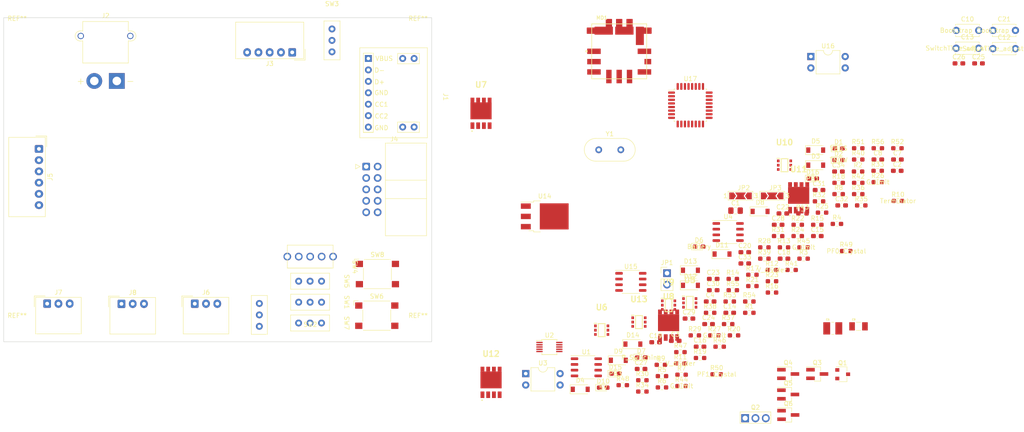
<source format=kicad_pcb>
(kicad_pcb (version 20211014) (generator pcbnew)
  (layers (0 "F.Cu" signal) (31 "B.Cu" signal) (34 "B.Paste" user) (35 "F.Paste" user) (36 "B.SilkS" user "B.Silkscreen") (37 "F.SilkS" user "F.Silkscreen") (38 "B.Mask" user) (39 "F.Mask" user) (44 "Edge.Cuts" user))
  (net 0 "")
  (net 1 "PG")
  (net 2 "+5V")
  (net 3 "Motor_B")
  (net 4 "VDD")
  (net 5 "GND")
  (net 6 "VBUS")
  (net 7 "Net-(C3-Pad2)")
  (net 8 "+3.3V")
  (net 9 "MD_Power")
  (net 10 "TapeLED_Power")
  (net 11 "Tact_Switch1")
  (net 12 "NRST")
  (net 13 "Net-(D1-Pad2)")
  (net 14 "Net-(D2-Pad2)")
  (net 15 "Net-(C10-Pad2)")
  (net 16 "Net-(D6-Pad2)")
  (net 17 "Net-(D7-Pad2)")
  (net 18 "Motor_A")
  (net 19 "Net-(D10-Pad2)")
  (net 20 "Net-(C21-Pad2)")
  (net 21 "Net-(D15-Pad2)")
  (net 22 "Net-(D16-Pad2)")
  (net 23 "+7.5V")
  (net 24 "MD_GPIO")
  (net 25 "RS485_MD_A")
  (net 26 "RS485_MD_B")
  (net 27 "TCK")
  (net 28 "TMS")
  (net 29 "SWO")
  (net 30 "STLK_UART2_RX")
  (net 31 "STLK_UART2_TX")
  (net 32 "BOOT0")
  (net 33 "Encoder_A")
  (net 34 "Encoder_B")
  (net 35 "TapeLED_H_3")
  (net 36 "TapeLED_H_1")
  (net 37 "TapeLED_H_2")
  (net 38 "Net-(JP1-Pad2)")
  (net 39 "USB-C_UART2_RX")
  (net 40 "Write_UART2_RX")
  (net 41 "USB-C_UART2_TX")
  (net 42 "Write_UART2_TX")
  (net 43 "Net-(MD1-Pad1)")
  (net 44 "Net-(MD1-Pad6)")
  (net 47 "PGOOD")
  (net 50 "Net-(J1-PadB5)")
  (net 51 "Net-(J1-PadA5)")
  (net 52 "MAX3485_MD_TX")
  (net 53 "Net-(R5-Pad1)")
  (net 54 "V_measure")
  (net 55 "Net-(R15-Pad1)")
  (net 56 "Net-(R16-Pad1)")
  (net 57 "Net-(R17-Pad1)")
  (net 58 "Net-(R19-Pad1)")
  (net 59 "TapeLED_L_1")
  (net 60 "TapeLED_L_2")
  (net 61 "TapeLED_L_3")
  (net 62 "Net-(R26-Pad1)")
  (net 63 "Net-(R26-Pad2)")
  (net 64 "Net-(R27-Pad1)")
  (net 65 "Net-(R27-Pad2)")
  (net 66 "Net-(C13-Pad2)")
  (net 67 "Net-(R31-Pad1)")
  (net 68 "Net-(C12-Pad1)")
  (net 69 "Net-(Q6-Pad3)")
  (net 70 "Net-(R40-Pad1)")
  (net 71 "Net-(R41-Pad1)")
  (net 72 "Net-(R43-Pad2)")
  (net 73 "Net-(R44-Pad1)")
  (net 74 "Net-(R45-Pad1)")
  (net 75 "Net-(R46-Pad1)")
  (net 76 "Net-(R47-Pad1)")
  (net 77 "Net-(R49-Pad1)")
  (net 78 "Net-(C25-Pad2)")
  (net 79 "Net-(R50-Pad1)")
  (net 80 "Net-(C26-Pad2)")
  (net 81 "Toggle_Switch_1")
  (net 82 "Slide_Switch_1")
  (net 83 "LED_1")
  (net 84 "LED_2")
  (net 85 "MAX3485_MD_RX")
  (net 86 "Net-(J1-PadA6)")
  (net 87 "Net-(J1-PadA7)")
  (net 88 "RTS")
  (net 89 "CTS")
  (net 90 "PWM_A")
  (net 91 "shutdown")
  (net 92 "PWM_B")
  (net 99 "Net-(Q1-Pad1)")
  (net 100 "Net-(Q1-Pad3)")
  (net 101 "Net-(R37-Pad1)")
  (net 102 "Net-(R42-Pad2)")
  (footprint "Capacitor_SMD:C_0603_1608Metric_Pad1.08x0.95mm_HandSolder" (layer "F.Cu") (at 227.32 85.03)
    (fp_text reference "C8" (at 0 -1.43) (layer "F.SilkS"))
    (fp_text value "100nF")
    (pad "1" smd roundrect (at -0.8625 0) (size 1.075 0.95) (layers "F.Cu" "F.Paste" "F.Mask") (net 4 "VDD"))
    (pad "2" smd roundrect (at 0.8625 0) (size 1.075 0.95) (layers "F.Cu" "F.Paste" "F.Mask") (net 5 "GND"))
  )
  (footprint "LED_SMD:LED_0603_1608Metric_Pad1.05x0.95mm_HandSolder" (layer "F.Cu") (at 218.625 85.15)
    (fp_text reference "D2" (at 0 -1.43) (layer "F.SilkS"))
    (fp_text value "LED")
    (fp_text user "TNOW" (at 0 0 unlocked) (layer "F.SilkS"))
    (pad "1" smd roundrect (at -0.875 0) (size 1.05 0.95) (layers "F.Cu" "F.Paste" "F.Mask") (net 5 "GND"))
    (pad "2" smd roundrect (at 0.875 0) (size 1.05 0.95) (layers "F.Cu" "F.Paste" "F.Mask") (net 14 "Net-(D2-Pad2)"))
  )
  (footprint "Resistor_SMD:R_0603_1608Metric_Pad0.98x0.95mm_HandSolder" (layer "F.Cu") (at 191.05 124.11)
    (fp_text reference "R27" (at 0 -1.43) (layer "F.SilkS"))
    (fp_text value "R")
    (fp_text user "G_limit" (at 0 0 unlocked) (layer "F.SilkS"))
    (pad "1" smd roundrect (at -0.9125 0) (size 0.975 0.95) (layers "F.Cu" "F.Paste" "F.Mask") (net 64 "Net-(R27-Pad1)"))
    (pad "2" smd roundrect (at 0.9125 0) (size 0.975 0.95) (layers "F.Cu" "F.Paste" "F.Mask") (net 65 "Net-(R27-Pad2)"))
  )
  (footprint "Jumper:SolderJumper-3_P2.0mm_Open_TrianglePad1.0x1.5mm_NumberLabels" (layer "F.Cu") (at 203.87 93.11)
    (fp_text reference "JP3" (at 0.725 -1.775) (layer "F.SilkS"))
    (fp_text value "SolderJumper_3_Open")
    (fp_text user "1" (at -3.35 0) (layer "F.SilkS"))
    (fp_text user "3" (at 3.4 0) (layer "F.SilkS"))
    (pad "1" smd custom (at -2 0) (size 0.3 0.3) (layers "F.Cu" "F.Mask") (net 41 "USB-C_UART2_TX") (options (clearance outline) (anchor rect)) (primitives (gr_poly (pts (xy 1 0) (xy 0.5 0.75) (xy -0.5 0.75) (xy -0.5 -0.75) (xy 0.5 -0.75)) (width 0) (fill yes))))
    (pad "2" smd custom (at 0 0) (size 0.3 0.3) (layers "F.Cu") (net 42 "Write_UART2_TX") (options (clearance outline) (anchor rect)) (primitives (gr_poly (pts (xy 0.7 0) (xy 1.2 0.75) (xy -1.2 0.75) (xy -0.7 0) (xy -1.2 -0.75) (xy 1.2 -0.75)) (width 0) (fill yes))))
    (pad "3" smd custom (at 2 0 180) (size 0.3 0.3) (layers "F.Cu" "F.Mask") (net 31 "STLK_UART2_TX") (options (clearance outline) (anchor rect)) (primitives (gr_poly (pts (xy 1 0) (xy 0.5 0.75) (xy -0.5 0.75) (xy -0.5 -0.75) (xy 0.5 -0.75)) (width 0) (fill yes))))
  )
  (footprint "Slide_Switch:3P_SPDT_SlideSwitch" (layer "F.Cu") (at 106.17 58.56)
    (fp_text reference "SW3" (at 0 -8.128 unlocked) (layer "F.SilkS"))
    (fp_text value "SW_SPDT")
    (pad "1" thru_hole circle (at 0 -2.54) (size 1.524 1.524) (drill 0.762) (layers *.Cu *.Mask))
    (pad "2" thru_hole circle (at 0 0) (size 1.524 1.524) (drill 0.762) (layers *.Cu *.Mask) (net 5 "GND"))
    (pad "3" thru_hole circle (at 0 2.54) (size 1.524 1.524) (drill 0.762) (layers *.Cu *.Mask) (net 71 "Net-(R41-Pad1)"))
  )
  (footprint "Resistor_SMD:R_0603_1608Metric_Pad0.98x0.95mm_HandSolder" (layer "F.Cu") (at 179.16 130.65)
    (fp_text reference "R9" (at 0 -1.43) (layer "F.SilkS"))
    (fp_text value "2.2k")
    (pad "1" smd roundrect (at -0.9125 0) (size 0.975 0.95) (layers "F.Cu" "F.Paste" "F.Mask") (net 25 "RS485_MD_A"))
    (pad "2" smd roundrect (at 0.9125 0) (size 0.975 0.95) (layers "F.Cu" "F.Paste" "F.Mask") (net 5 "GND"))
  )
  (footprint "Ceramic_Capacitor:CAPC3225X270N" (layer "F.Cu") (at 217.315 122.55)
    (fp_text reference "C6" (at -1.11 -1.95) (layer "F.SilkS") (effects (font (size 0.393701 0.393701))))
    (fp_text value "C")
    (pad "1" smd rect locked (at -1.341 0) (size 1.53 2.72) (layers "F.Cu" "F.Paste" "F.Mask") (net 5 "GND"))
    (pad "2" smd rect locked (at 1.341 0) (size 1.53 2.72) (layers "F.Cu" "F.Paste" "F.Mask") (net 4 "VDD"))
  )
  (footprint "TSOP6F:SSM6J808R" (layer "F.Cu") (at 185.575 116.89)
    (fp_text reference "U5" (at 0 -5.08) (layer "F.SilkS") (effects (font (size 1.27 1.27) (thickness 0.254))))
    (fp_text value "SSM6J808R" hide)
    (pad "1" smd rect (at -1.388 -0.95) (size 0.575 0.62) (layers "F.Cu" "F.Paste" "F.Mask") (net 67 "Net-(R31-Pad1)"))
    (pad "2" smd rect (at -1.388 0) (size 0.575 0.62) (layers "F.Cu" "F.Paste" "F.Mask") (net 67 "Net-(R31-Pad1)"))
    (pad "3" smd rect (at -1.388 0.95) (size 0.575 0.62) (layers "F.Cu" "F.Paste" "F.Mask") (net 66 "Net-(C13-Pad2)"))
    (pad "4" smd rect (at 1.388 0.95) (size 0.575 0.62) (layers "F.Cu" "F.Paste" "F.Mask") (net 6 "VBUS"))
    (pad "5" smd rect (at 1.388 0) (size 0.575 0.62) (layers "F.Cu" "F.Paste" "F.Mask") (net 67 "Net-(R31-Pad1)"))
    (pad "6" smd rect (at 1.388 -0.95) (size 0.575 0.62) (layers "F.Cu" "F.Paste" "F.Mask") (net 67 "Net-(R31-Pad1)"))
  )
  (footprint "Screw_Hole:M3" (layer "F.Cu") (at 125.3 122.52)
    (fp_text reference "REF**" (at 0 -2.81) (layer "F.SilkS"))
    (fp_text value "M3")
    (pad "" np_thru_hole circle (at 0 0) (size 2.8 2.8) (drill 2.8) (layers F&B.Cu *.Mask))
  )
  (footprint "Capacitor_SMD:C_0603_1608Metric_Pad1.08x0.95mm_HandSolder" (layer "F.Cu") (at 187.86 126.62)
    (fp_text reference "C16" (at 0 -1.43) (layer "F.SilkS"))
    (fp_text value "100nF")
    (pad "1" smd roundrect (at -0.8625 0) (size 1.075 0.95) (layers "F.Cu" "F.Paste" "F.Mask") (net 5 "GND"))
    (pad "2" smd roundrect (at 0.8625 0) (size 1.075 0.95) (layers "F.Cu" "F.Paste" "F.Mask") (net 10 "TapeLED_Power"))
  )
  (footprint "Diode_SMD:D_SOD-123" (layer "F.Cu") (at 169.72 129.65)
    (fp_text reference "D9" (at 0 -2) (layer "F.SilkS"))
    (fp_text value "D")
    (pad "1" smd rect (at -1.65 0) (size 0.9 1.2) (layers "F.Cu" "F.Paste" "F.Mask") (net 18 "Motor_A"))
    (pad "2" smd rect (at 1.65 0) (size 0.9 1.2) (layers "F.Cu" "F.Paste" "F.Mask") (net 5 "GND"))
  )
  (footprint "Resistor_SMD:R_0603_1608Metric_Pad0.98x0.95mm_HandSolder" (layer "F.Cu") (at 175.06 136.59)
    (fp_text reference "R34" (at 0 -1.43) (layer "F.SilkS"))
    (fp_text value "10k")
    (pad "1" smd roundrect (at -0.9125 0) (size 0.975 0.95) (layers "F.Cu" "F.Paste" "F.Mask") (net 5 "GND"))
    (pad "2" smd roundrect (at 0.9125 0) (size 0.975 0.95) (layers "F.Cu" "F.Paste" "F.Mask") (net 1 "PG"))
  )
  (footprint "Capacitor_SMD:C_0603_1608Metric_Pad1.08x0.95mm_HandSolder" (layer "F.Cu") (at 190.78 111.56)
    (fp_text reference "C23" (at 0 -1.43) (layer "F.SilkS"))
    (fp_text value "1uF_X5R_0603")
    (pad "1" smd roundrect (at -0.8625 0) (size 1.075 0.95) (layers "F.Cu" "F.Paste" "F.Mask") (net 8 "+3.3V"))
    (pad "2" smd roundrect (at 0.8625 0) (size 1.075 0.95) (layers "F.Cu" "F.Paste" "F.Mask") (net 5 "GND"))
  )
  (footprint "Diode_SMD:D_SOD-123" (layer "F.Cu") (at 213.53 86.29)
    (fp_text reference "D3" (at 0 -2) (layer "F.SilkS"))
    (fp_text value "DIODE")
    (pad "1" smd rect (at -1.65 0) (size 0.9 1.2) (layers "F.Cu" "F.Paste" "F.Mask") (net 5 "GND"))
    (pad "2" smd rect (at 1.65 0) (size 0.9 1.2) (layers "F.Cu" "F.Paste" "F.Mask") (net 4 "VDD"))
  )
  (footprint "Capacitor_SMD:C_0603_1608Metric_Pad1.08x0.95mm_HandSolder" (layer "F.Cu") (at 249.665 63.67)
    (fp_text reference "C25" (at 0 -1.43) (layer "F.SilkS"))
    (fp_text value "20pF")
    (pad "1" smd roundrect (at -0.8625 0) (size 1.075 0.95) (layers "F.Cu" "F.Paste" "F.Mask") (net 5 "GND"))
    (pad "2" smd roundrect (at 0.8625 0) (size 1.075 0.95) (layers "F.Cu" "F.Paste" "F.Mask") (net 78 "Net-(C25-Pad2)"))
  )
  (footprint "Resistor_SMD:R_0603_1608Metric_Pad0.98x0.95mm_HandSolder" (layer "F.Cu") (at 209.54 99.53)
    (fp_text reference "R22" (at 0 -1.43) (layer "F.SilkS"))
    (fp_text value "5.1k")
    (pad "1" smd roundrect (at -0.9125 0) (size 0.975 0.95) (layers "F.Cu" "F.Paste" "F.Mask") (net 1 "PG"))
    (pad "2" smd roundrect (at 0.9125 0) (size 0.975 0.95) (layers "F.Cu" "F.Paste" "F.Mask") (net 16 "Net-(D6-Pad2)"))
  )
  (footprint "Resistor_SMD:R_0603_1608Metric_Pad0.98x0.95mm_HandSolder" (layer "F.Cu") (at 231.785 94.23)
    (fp_text reference "R10" (at 0 -1.43) (layer "F.SilkS"))
    (fp_text value "120")
    (fp_text user "Terminator" (at 0 0 unlocked) (layer "F.SilkS"))
    (pad "1" smd roundrect (at -0.9125 0) (size 0.975 0.95) (layers "F.Cu" "F.Paste" "F.Mask") (net 26 "RS485_MD_B"))
    (pad "2" smd roundrect (at 0.9125 0) (size 0.975 0.95) (layers "F.Cu" "F.Paste" "F.Mask") (net 38 "Net-(JP1-Pad2)"))
  )
  (footprint "SOP-Advance-8:TPH11006NL" (layer "F.Cu") (at 180.875 121.84)
    (fp_text reference "U8" (at 0 -6.35) (layer "F.SilkS") (effects (font (size 1.27 1.27) (thickness 0.254))))
    (fp_text value "TPH11006NL" hide)
    (pad "1" smd rect (at -1.905 2.75) (size 0.85 1.45) (layers "F.Cu" "F.Paste" "F.Mask") (net 5 "GND"))
    (pad "2" smd rect (at -0.635 2.75) (size 0.85 1.45) (layers "F.Cu" "F.Paste" "F.Mask") (net 5 "GND"))
    (pad "3" smd rect (at 0.635 2.75) (size 0.85 1.45) (layers "F.Cu" "F.Paste" "F.Mask") (net 5 "GND"))
    (pad "4" smd rect (at 1.905 2.75) (size 0.85 1.45) (layers "F.Cu" "F.Paste" "F.Mask") (net 65 "Net-(R27-Pad2)"))
    (pad "5" smd rect (at 1.905 -2.95) (size 0.85 1.05) (layers "F.Cu" "F.Paste" "F.Mask") (net 18 "Motor_A"))
    (pad "6" smd rect (at 0.635 -2.95) (size 0.85 1.05) (layers "F.Cu" "F.Paste" "F.Mask") (net 18 "Motor_A"))
    (pad "7" smd rect (at -0.635 -2.95) (size 0.85 1.05) (layers "F.Cu" "F.Paste" "F.Mask") (net 18 "Motor_A"))
    (pad "8" smd rect (at -1.905 -2.95) (size 0.85 1.05) (layers "F.Cu" "F.Paste" "F.Mask") (net 18 "Motor_A"))
    (pad "9" smd rect (at 0 -0.55 90) (size 3.75 4.7) (layers "F.Cu" "F.Paste" "F.Mask") (net 18 "Motor_A"))
  )
  (footprint "Crystal:Crystal_HC18-U_Vertical" (layer "F.Cu") (at 165.37 82.87)
    (fp_text reference "Y1" (at 2.45 -3.525) (layer "F.SilkS"))
    (fp_text value "Crystal")
    (pad "1" thru_hole circle (at 0 0) (size 1.5 1.5) (drill 0.8) (layers *.Cu *.Mask) (net 78 "Net-(C25-Pad2)"))
    (pad "2" thru_hole circle (at 4.9 0) (size 1.5 1.5) (drill 0.8) (layers *.Cu *.Mask) (net 80 "Net-(C26-Pad2)"))
  )
  (footprint "Package_DIP:DIP-4_W7.62mm" (layer "F.Cu") (at 149.17 132.6)
    (fp_text reference "U3" (at 3.81 -2.33) (layer "F.SilkS"))
    (fp_text value "TLP785")
    (pad "1" thru_hole rect (at 0 0) (size 1.6 1.6) (drill 0.8) (layers *.Cu *.Mask) (net 90 "PWM_A"))
    (pad "2" thru_hole oval (at 0 2.54) (size 1.6 1.6) (drill 0.8) (layers *.Cu *.Mask) (net 55 "Net-(R15-Pad1)"))
    (pad "3" thru_hole oval (at 7.62 2.54) (size 1.6 1.6) (drill 0.8) (layers *.Cu *.Mask) (net 5 "GND"))
    (pad "4" thru_hole oval (at 7.62 0) (size 1.6 1.6) (drill 0.8) (layers *.Cu *.Mask) (net 58 "Net-(R19-Pad1)"))
  )
  (footprint "Resistor_SMD:R_0603_1608Metric_Pad0.98x0.95mm_HandSolder" (layer "F.Cu") (at 194.45 116.58)
    (fp_text reference "R53" (at 0 -1.43) (layer "F.SilkS"))
    (fp_text value "10k")
    (pad "1" smd roundrect (at -0.9125 0) (size 0.975 0.95) (layers "F.Cu" "F.Paste" "F.Mask") (net 8 "+3.3V"))
    (pad "2" smd roundrect (at 0.9125 0) (size 0.975 0.95) (layers "F.Cu" "F.Paste" "F.Mask") (net 12 "NRST"))
  )
  (footprint "Capacitor_THT:C_Disc_D5.0mm_W2.5mm_P5.00mm" (layer "F.Cu") (at 244.715 56.34)
    (fp_text reference "C10" (at 2.5 -2.5) (layer "F.SilkS"))
    (fp_text value "C")
    (fp_text user "Bootstrap" (at 0 0 unlocked) (layer "F.SilkS"))
    (pad "1" thru_hole circle (at 0 0) (size 1.6 1.6) (drill 0.8) (layers *.Cu *.Mask) (net 18 "Motor_A"))
    (pad "2" thru_hole circle (at 5 0) (size 1.6 1.6) (drill 0.8) (layers *.Cu *.Mask) (net 15 "Net-(C10-Pad2)"))
  )
  (footprint "Toggle_Switch:3P_SPDT_5Pin_ToggleSwitch" (layer "F.Cu") (at 101.33 106.6 -90)
    (fp_text reference "SW4" (at 2.29 -9.93 -90 unlocked) (layer "F.SilkS"))
    (fp_text value "SW_SPDT")
    (pad "1" thru_hole circle (at 0 -2.54 270) (size 1.7 1.7) (drill 1.1) (layers *.Cu *.Mask) (net 81 "Toggle_Switch_1"))
    (pad "2" thru_hole circle (at 0 0 270) (size 1.7 1.7) (drill 1.1) (layers *.Cu *.Mask) (net 8 "+3.3V"))
    (pad "3" thru_hole circle (at 0 2.54 270) (size 1.7 1.7) (drill 1.1) (layers *.Cu *.Mask))
    (pad "4" thru_hole circle (at 0 -5.08 270) (size 1.7 1.7) (drill 1.1) (layers *.Cu *.Mask))
    (pad "5" thru_hole circle (at 0 5.08 270) (size 1.7 1.7) (drill 1.1) (layers *.Cu *.Mask))
  )
  (footprint "Resistor_SMD:R_0603_1608Metric_Pad0.98x0.95mm_HandSolder" (layer "F.Cu") (at 198.8 119.09)
    (fp_text reference "R1" (at 0 -1.43) (layer "F.SilkS"))
    (fp_text value "5.1k")
    (pad "1" smd roundrect (at -0.9125 0) (size 0.975 0.95) (layers "F.Cu" "F.Paste" "F.Mask") (net 5 "GND"))
    (pad "2" smd roundrect (at 0.9125 0) (size 0.975 0.95) (layers "F.Cu" "F.Paste" "F.Mask") (net 50 "Net-(J1-PadB5)"))
  )
  (footprint "Resistor_SMD:R_0603_1608Metric_Pad0.98x0.95mm_HandSolder" (layer "F.Cu") (at 190.1 119.09)
    (fp_text reference "R38" (at 0 -1.43) (layer "F.SilkS"))
    (fp_text value "100")
    (pad "1" smd roundrect (at -0.9125 0) (size 0.975 0.95) (layers "F.Cu" "F.Paste" "F.Mask") (net 69 "Net-(Q6-Pad3)"))
    (pad "2" smd roundrect (at 0.9125 0) (size 0.975 0.95) (layers "F.Cu" "F.Paste" "F.Mask") (net 101 "Net-(R37-Pad1)"))
  )
  (footprint "Button_Switch_SMD:SW_SPST_Omron_B3FS-100xP" (layer "F.Cu") (at 116.11 119.73)
    (fp_text reference "SW6" (at 0 -4.3) (layer "F.SilkS"))
    (fp_text value "SW_SPST")
    (pad "1" smd rect (at 4 -2.25 180) (size 1.6 1.4) (layers "F.Cu" "F.Paste" "F.Mask") (net 5 "GND"))
    (pad "1" smd rect (at -4 -2.25 180) (size 1.6 1.4) (layers "F.Cu" "F.Paste" "F.Mask") (net 5 "GND"))
    (pad "2" smd rect (at -4 2.25 180) (size 1.6 1.4) (layers "F.Cu" "F.Paste" "F.Mask") (net 11 "Tact_Switch1"))
    (pad "2" smd rect (at 4 2.25 180) (size 1.6 1.4) (layers "F.Cu" "F.Paste" "F.Mask") (net 11 "Tact_Switch1"))
  )
  (footprint "Connector_Molex:Molex_SPOX_5268-05A_1x05_P2.50mm_Horizontal" (layer "F.Cu") (at 97.34 61.22 180)
    (fp_text reference "J3" (at 5 -2.5) (layer "F.SilkS"))
    (fp_text value "Conn_01x05_Female")
    (pad "1" thru_hole roundrect (at 0 0 180) (size 1.7 1.85) (drill 0.85) (layers *.Cu *.Mask) (roundrect_rratio 0.147059) (net 5 "GND"))
    (pad "2" thru_hole oval (at 2.5 0 180) (size 1.7 1.85) (drill 0.85) (layers *.Cu *.Mask) (net 9 "MD_Power"))
    (pad "3" thru_hole oval (at 5 0 180) (size 1.7 1.85) (drill 0.85) (layers *.Cu *.Mask) (net 24 "MD_GPIO"))
    (pad "4" thru_hole oval (at 7.5 0 180) (size 1.7 1.85) (drill 0.85) (layers *.Cu *.Mask) (net 25 "RS485_MD_A"))
    (pad "5" thru_hole oval (at 10 0 180) (size 1.7 1.85) (drill 0.85) (layers *.Cu *.Mask) (net 26 "RS485_MD_B"))
  )
  (footprint "TSOP6F:SSM6J808R" (layer "F.Cu") (at 180.875 117.39)
    (fp_text reference "U9" (at 0 -5.08) (layer "F.SilkS") (effects (font (size 1.27 1.27) (thickness 0.254))))
    (fp_text value "SSM6J808R" hide)
    (pad "1" smd rect (at -1.388 -0.95) (size 0.575 0.62) (layers "F.Cu" "F.Paste" "F.Mask") (net 67 "Net-(R31-Pad1)"))
    (pad "2" smd rect (at -1.388 0) (size 0.575 0.62) (layers "F.Cu" "F.Paste" "F.Mask") (net 67 "Net-(R31-Pad1)"))
    (pad "3" smd rect (at -1.388 0.95) (size 0.575 0.62) (layers "F.Cu" "F.Paste" "F.Mask") (net 66 "Net-(C13-Pad2)"))
    (pad "4" smd rect (at 1.388 0.95) (size 0.575 0.62) (layers "F.Cu" "F.Paste" "F.Mask") (net 2 "+5V"))
    (pad "5" smd rect (at 1.388 0) (size 0.575 0.62) (layers "F.Cu" "F.Paste" "F.Mask") (net 67 "Net-(R31-Pad1)"))
    (pad "6" smd rect (at 1.388 -0.95) (size 0.575 0.62) (layers "F.Cu" "F.Paste" "F.Mask") (net 67 "Net-(R31-Pad1)"))
  )
  (footprint "Resistor_SMD:R_0603_1608Metric_Pad0.98x0.95mm_HandSolder" (layer "F.Cu") (at 214.94 96.83)
    (fp_text reference "R25" (at 0 -1.43) (layer "F.SilkS"))
    (fp_text value "10k")
    (pad "1" smd roundrect (at -0.9125 0) (size 0.975 0.95) (layers "F.Cu" "F.Paste" "F.Mask") (net 61 "TapeLED_L_3"))
    (pad "2" smd roundrect (at 0.9125 0) (size 0.975 0.95) (layers "F.Cu" "F.Paste" "F.Mask") (net 8 "+3.3V"))
  )
  (footprint "TSOP6F:SSM6J808R" (layer "F.Cu") (at 166.025 122.95)
    (fp_text reference "U6" (at 0 -5.08) (layer "F.SilkS") (effects (font (size 1.27 1.27) (thickness 0.254))))
    (fp_text value "SSM6J808R" hide)
    (pad "1" smd rect (at -1.388 -0.95) (size 0.575 0.62) (layers "F.Cu" "F.Paste" "F.Mask") (net 1 "PG"))
    (pad "2" smd rect (at -1.388 0) (size 0.575 0.62) (layers "F.Cu" "F.Paste" "F.Mask") (net 1 "PG"))
    (pad "3" smd rect (at -1.388 0.95) (size 0.575 0.62) (layers "F.Cu" "F.Paste" "F.Mask") (net 2 "+5V"))
    (pad "4" smd rect (at 1.388 0.95) (size 0.575 0.62) (layers "F.Cu" "F.Paste" "F.Mask") (net 101 "Net-(R37-Pad1)"))
    (pad "5" smd rect (at 1.388 0) (size 0.575 0.62) (layers "F.Cu" "F.Paste" "F.Mask") (net 1 "PG"))
    (pad "6" smd rect (at 1.388 -0.95) (size 0.575 0.62) (layers "F.Cu" "F.Paste" "F.Mask") (net 1 "PG"))
  )
  (footprint "Ceramic_Capacitor:CAPC3216X180N" (layer "F.Cu") (at 223.028 122.1)
    (fp_text reference "C9" (at -1.06 -1.5) (layer "F.SilkS") (effects (font (size 0.393701 0.393701))))
    (fp_text value "C")
    (pad "1" smd rect locked (at -1.43 0) (size 1.25 1.82) (layers "F.Cu" "F.Paste" "F.Mask") (net 5 "GND"))
    (pad "2" smd rect locked (at 1.43 0) (size 1.25 1.82) (layers "F.Cu" "F.Paste" "F.Mask") (net 1 "PG"))
  )
  (footprint "SOP-Advance-8:TPH11006NL" (layer "F.Cu") (at 209.745 93.54)
    (fp_text reference "U11" (at 0 -6.35) (layer "F.SilkS") (effects (font (size 1.27 1.27) (thickness 0.254))))
    (fp_text value "TPH11006NL" hide)
    (pad "1" smd rect (at -1.905 2.75) (size 0.85 1.45) (layers "F.Cu" "F.Paste" "F.Mask") (net 3 "Motor_B"))
    (pad "2" smd rect (at -0.635 2.75) (size 0.85 1.45) (layers "F.Cu" "F.Paste" "F.Mask") (net 3 "Motor_B"))
    (pad "3" smd rect (at 0.635 2.75) (size 0.85 1.45) (layers "F.Cu" "F.Paste" "F.Mask") (net 3 "Motor_B"))
    (pad "4" smd rect (at 1.905 2.75) (size 0.85 1.45) (layers "F.Cu" "F.Paste" "F.Mask") (net 102 "Net-(R42-Pad2)"))
    (pad "5" smd rect (at 1.905 -2.95) (size 0.85 1.05) (layers "F.Cu" "F.Paste" "F.Mask") (net 4 "VDD"))
    (pad "6" smd rect (at 0.635 -2.95) (size 0.85 1.05) (layers "F.Cu" "F.Paste" "F.Mask") (net 4 "VDD"))
    (pad "7" smd rect (at -0.635 -2.95) (size 0.85 1.05) (layers "F.Cu" "F.Paste" "F.Mask") (net 4 "VDD"))
    (pad "8" smd rect (at -1.905 -2.95) (size 0.85 1.05) (layers "F.Cu" "F.Paste" "F.Mask") (net 4 "VDD"))
    (pad "9" smd rect (at 0 -0.55 90) (size 3.75 4.7) (layers "F.Cu" "F.Paste" "F.Mask") (net 4 "VDD"))
  )
  (footprint "Resistor_SMD:R_0603_1608Metric_Pad0.98x0.95mm_HandSolder" (layer "F.Cu") (at 213.89 99.53)
    (fp_text reference "R15" (at 0 -1.43) (layer "F.SilkS"))
    (fp_text value "510")
    (pad "1" smd roundrect (at -0.9125 0) (size 0.975 0.95) (layers "F.Cu" "F.Paste" "F.Mask") (net 55 "Net-(R15-Pad1)"))
    (pad "2" smd roundrect (at 0.9125 0) (size 0.975 0.95) (layers "F.Cu" "F.Paste" "F.Mask") (net 5 "GND"))
  )
  (footprint "Resistor_SMD:R_0603_1608Metric_Pad0.98x0.95mm_HandSolder" (layer "F.Cu") (at 218.24 99.34)
    (fp_text reference "R4" (at 0 -1.43) (layer "F.SilkS"))
    (fp_text value "7.5k")
    (pad "1" smd roundrect (at -0.9125 0) (size 0.975 0.95) (layers "F.Cu" "F.Paste" "F.Mask") (net 99 "Net-(Q1-Pad1)"))
    (pad "2" smd roundrect (at 0.9125 0) (size 0.975 0.95) (layers "F.Cu" "F.Paste" "F.Mask") (net 52 "MAX3485_MD_TX"))
  )
  (footprint "Connector_Molex:Molex_SPOX_5268-03A_1x03_P2.50mm_Horizontal" (layer "F.Cu") (at 42.95 117.06)
    (fp_text reference "J7" (at 2.5 -2.5) (layer "F.SilkS"))
    (fp_text value "Conn_01x03_Female")
    (pad "1" thru_hole roundrect (at 0 0) (size 1.7 1.85) (drill 0.85) (layers *.Cu *.Mask) (roundrect_rratio 0.147059) (net 5 "GND"))
    (pad "2" thru_hole oval (at 2.5 0) (size 1.7 1.85) (drill 0.85) (layers *.Cu *.Mask) (net 10 "TapeLED_Power"))
    (pad "3" thru_hole oval (at 5 0) (size 1.7 1.85) (drill 0.85) (layers *.Cu *.Mask) (net 36 "TapeLED_H_1"))
  )
  (footprint "Capacitor_SMD:C_0603_1608Metric_Pad1.08x0.95mm_HandSolder" (layer "F.Cu") (at 206.24 97.02)
    (fp_text reference "C22" (at 0 -1.43) (layer "F.SilkS"))
    (fp_text value "100nF")
    (pad "1" smd roundrect (at -0.8625 0) (size 1.075 0.95) (layers "F.Cu" "F.Paste" "F.Mask") (net 5 "GND"))
    (pad "2" smd roundrect (at 0.8625 0) (size 1.075 0.95) (layers "F.Cu" "F.Paste" "F.Mask") (net 8 "+3.3V"))
  )
  (footprint "Capacitor_SMD:C_0603_1608Metric_Pad1.08x0.95mm_HandSolder" (layer "F.Cu") (at 182.35 125.32)
    (fp_text reference "C3" (at 0 -1.43) (layer "F.SilkS"))
    (fp_text value "0.1u")
    (pad "1" smd roundrect (at -0.8625 0) (size 1.075 0.95) (layers "F.Cu" "F.Paste" "F.Mask") (net 5 "GND"))
    (pad "2" smd roundrect (at 0.8625 0) (size 1.075 0.95) (layers "F.Cu" "F.Paste" "F.Mask") (net 7 "Net-(C3-Pad2)"))
  )
  (footprint "Resistor_SMD:R_0603_1608Metric_Pad0.98x0.95mm_HandSolder" (layer "F.Cu") (at 191.555 132.75)
    (fp_text reference "R50" (at 0 -1.43) (layer "F.SilkS"))
    (fp_text value "0")
    (fp_text user "PF1_Crystal" (at 0 0 unlocked) (layer "F.SilkS"))
    (pad "1" smd roundrect (at -0.9125 0) (size 0.975 0.95) (layers "F.Cu" "F.Paste" "F.Mask") (net 79 "Net-(R50-Pad1)"))
    (pad "2" smd roundrect (at 0.9125 0) (size 0.975 0.95) (layers "F.Cu" "F.Paste" "F.Mask") (net 80 "Net-(C26-Pad2)"))
  )
  (footprint "Resistor_SMD:R_0603_1608Metric_Pad0.98x0.95mm_HandSolder" (layer "F.Cu") (at 175.06 134.08)
    (fp_text reference "R30" (at 0 -1.43) (layer "F.SilkS"))
    (fp_text value "10k")
    (pad "1" smd roundrect (at -0.9125 0) (size 0.975 0.95) (layers "F.Cu" "F.Paste" "F.Mask") (net 5 "GND"))
    (pad "2" smd roundrect (at 0.9125 0) (size 0.975 0.95) (layers "F.Cu" "F.Paste" "F.Mask") (net 65 "Net-(R27-Pad2)"))
  )
  (footprint "Capacitor_SMD:C_0603_1608Metric_Pad1.08x0.95mm_HandSolder" (layer "F.Cu") (at 178 125.63)
    (fp_text reference "C19" (at 0 -1.43) (layer "F.SilkS"))
    (fp_text value "1uF_X5R_0603")
    (pad "1" smd roundrect (at -0.8625 0) (size 1.075 0.95) (layers "F.Cu" "F.Paste" "F.Mask") (net 5 "GND"))
    (pad "2" smd roundrect (at 0.8625 0) (size 1.075 0.95) (layers "F.Cu" "F.Paste" "F.Mask") (net 2 "+5V"))
  )
  (footprint "Capacitor_SMD:C_0603_1608Metric_Pad1.08x0.95mm_HandSolder" (layer "F.Cu") (at 185.4 120.37)
    (fp_text reference "C29" (at 0 -1.43) (layer "F.SilkS"))
    (fp_text value "100nF")
    (pad "1" smd roundrect (at -0.8625 0) (size 1.075 0.95) (layers "F.Cu" "F.Paste" "F.Mask") (net 5 "GND"))
    (pad "2" smd roundrect (at 0.8625 0) (size 1.075 0.95) (layers "F.Cu" "F.Paste" "F.Mask") (net 8 "+3.3V"))
  )
  (footprint "Resistor_SMD:R_0603_1608Metric_Pad0.98x0.95mm_HandSolder" (layer "F.Cu") (at 199.48 113.15)
    (fp_text reference "R21" (at 0 -1.43) (layer "F.SilkS"))
    (fp_text value "10k")
    (pad "1" smd roundrect (at -0.9125 0) (size 0.975 0.95) (layers "F.Cu" "F.Paste" "F.Mask") (net 6 "VBUS"))
    (pad "2" smd roundrect (at 0.9125 0) (size 0.975 0.95) (layers "F.Cu" "F.Paste" "F.Mask") (net 5 "GND"))
  )
  (footprint "Resistor_SMD:R_0603_1608Metric_Pad0.98x0.95mm_HandSolder" (layer "F.Cu") (at 195.13 111.56)
    (fp_text reference "R14" (at 0 -1.43) (layer "F.SilkS"))
    (fp_text value "100k")
    (pad "1" smd roundrect (at -0.9125 0) (size 0.975 0.95) (layers "F.Cu" "F.Paste" "F.Mask") (net 1 "PG"))
    (pad "2" smd roundrect (at 0.9125 0) (size 0.975 0.95) (layers "F.Cu" "F.Paste" "F.Mask") (net 47 "PGOOD"))
  )
  (footprint "Diode_SMD:D_SOD-123" (layer "F.Cu") (at 161.27 136.1)
    (fp_text reference "D4" (at 0 -2) (layer "F.SilkS"))
    (fp_text value "D")
    (pad "1" smd rect (at -1.65 0) (size 0.9 1.2) (layers "F.Cu" "F.Paste" "F.Mask") (net 4 "VDD"))
    (pad "2" smd rect (at 1.65 0) (size 0.9 1.2) (layers "F.Cu" "F.Paste" "F.Mask") (net 1 "PG"))
  )
  (footprint "LED_SMD:LED_0603_1608Metric_Pad1.05x0.95mm_HandSolder" (layer "F.Cu") (at 212.875 89.26)
    (fp_text reference "D16" (at 0 -1.43) (layer "F.SilkS"))
    (fp_text value "LED")
    (fp_text user "PB1" (at 0 0 unlocked) (layer "F.SilkS"))
    (pad "1" smd roundrect (at -0.875 0) (size 1.05 0.95) (layers "F.Cu" "F.Paste" "F.Mask") (net 5 "GND"))
    (pad "2" smd roundrect (at 0.875 0) (size 1.05 0.95) (layers "F.Cu" "F.Paste" "F.Mask") (net 22 "Net-(D16-Pad2)"))
  )
  (footprint "Package_TO_SOT_SMD:SOT-23_Handsoldering" (layer "F.Cu") (at 207.42 137.24)
    (fp_text reference "Q5" (at 0 -2.5) (layer "F.SilkS"))
    (fp_text value "Q_NMOS_GSD")
    (pad "1" smd rect (at -1.5 -0.95) (size 1.9 0.8) (layers "F.Cu" "F.Paste" "F.Mask") (net 8 "+3.3V"))
    (pad "2" smd rect (at -1.5 0.95) (size 1.9 0.8) (layers "F.Cu" "F.Paste" "F.Mask") (net 61 "TapeLED_L_3"))
    (pad "3" smd rect (at 1.5 0) (size 1.9 0.8) (layers "F.Cu" "F.Paste" "F.Mask") (net 35 "TapeLED_H_3"))
  )
  (footprint "Resistor_SMD:R_0603_1608Metric_Pad0.98x0.95mm_HandSolder" (layer "F.Cu") (at 186.7 124.11)
    (fp_text reference "R29" (at 0 -1.43) (layer "F.SilkS"))
    (fp_text value "10k")
    (pad "1" smd roundrect (at -0.9125 0) (size 0.975 0.95) (layers "F.Cu" "F.Paste" "F.Mask") (net 18 "Motor_A"))
    (pad "2" smd roundrect (at 0.9125 0) (size 0.975 0.95) (layers "F.Cu" "F.Paste" "F.Mask") (net 63 "Net-(R26-Pad2)"))
  )
  (footprint "Resistor_SMD:R_0603_1608Metric_Pad0.98x0.95mm_HandSolder" (layer "F.Cu") (at 187.86 129.13)
    (fp_text reference "R19" (at 0 -1.43) (layer "F.SilkS"))
    (fp_text value "1k")
    (pad "1" smd roundrect (at -0.9125 0) (size 0.975 0.95) (layers "F.Cu" "F.Paste" "F.Mask") (net 58 "Net-(R19-Pad1)"))
    (pad "2" smd roundrect (at 0.9125 0) (size 0.975 0.95) (layers "F.Cu" "F.Paste" "F.Mask") (net 2 "+5V"))
  )
  (footprint "Resistor_SMD:R_0603_1608Metric_Pad0.98x0.95mm_HandSolder" (layer "F.Cu") (at 210.84 104.55)
    (fp_text reference "R45" (at 0 -1.43) (layer "F.SilkS"))
    (fp_text value "R")
    (fp_text user "G_limit" (at 0 0 unlocked) (layer "F.SilkS"))
    (pad "1" smd roundrect (at -0.9125 0) (size 0.975 0.95) (layers "F.Cu" "F.Paste" "F.Mask") (net 74 "Net-(R45-Pad1)"))
    (pad "2" smd roundrect (at 0.9125 0) (size 0.975 0.95) (layers "F.Cu" "F.Paste" "F.Mask") (net 72 "Net-(R43-Pad2)"))
  )
  (footprint "Capacitor_SMD:C_0603_1608Metric_Pad1.08x0.95mm_HandSolder" (layer "F.Cu") (at 197.79 105.62)
    (fp_text reference "C20" (at 0 -1.43) (layer "F.SilkS"))
    (fp_text value "100nF")
    (pad "1" smd roundrect (at -0.8625 0) (size 1.075 0.95) (layers "F.Cu" "F.Paste" "F.Mask") (net 2 "+5V"))
    (pad "2" smd roundrect (at 0.8625 0) (size 1.075 0.95) (layers "F.Cu" "F.Paste" "F.Mask") (net 5 "GND"))
  )
  (footprint "Capacitor_SMD:C_0603_1608Metric_Pad1.08x0.95mm_HandSolder" (layer "F.Cu") (at 205.19 99.53)
    (fp_text reference "C28" (at 0 -1.43) (layer "F.SilkS"))
    (fp_text value "100nF")
    (pad "1" smd roundrect (at -0.8625 0) (size 1.075 0.95) (layers "F.Cu" "F.Paste" "F.Mask") (net 5 "GND"))
    (pad "2" smd roundrect (at 0.8625 0) (size 1.075 0.95) (layers "F.Cu" "F.Paste" "F.Mask") (net 8 "+3.3V"))
  )
  (footprint "Resistor_SMD:R_0603_1608Metric_Pad0.98x0.95mm_HandSolder" (layer "F.Cu") (at 183.51 127.83)
    (fp_text reference "R47" (at 0 -1.43) (layer "F.SilkS"))
    (fp_text value "510")
    (pad "1" smd roundrect (at -0.9125 0) (size 0.975 0.95) (layers "F.Cu" "F.Paste" "F.Mask") (net 76 "Net-(R47-Pad1)"))
    (pad "2" smd roundrect (at 0.9125 0) (size 0.975 0.95) (layers "F.Cu" "F.Paste" "F.Mask") (net 5 "GND"))
  )
  (footprint "Capacitor_SMD:C_0603_1608Metric_Pad1.08x0.95mm_HandSolder" (layer "F.Cu") (at 206.49 107.06)
    (fp_text reference "C18" (at 0 -1.43) (layer "F.SilkS"))
    (fp_text value "100nF")
    (pad "1" smd roundrect (at -0.8625 0) (size 1.075 0.95) (layers "F.Cu" "F.Paste" "F.Mask") (net 5 "GND"))
    (pad "2" smd roundrect (at 0.8625 0) (size 1.075 0.95) (layers "F.Cu" "F.Paste" "F.Mask") (net 10 "TapeLED_Power"))
  )
  (footprint "Capacitor_SMD:C_0603_1608Metric_Pad1.08x0.95mm_HandSolder" (layer "F.Cu") (at 231.67 85.03)
    (fp_text reference "C7" (at 0 -1.43) (layer "F.SilkS"))
    (fp_text value "0.1u")
    (pad "1" smd roundrect (at -0.8625 0) (size 1.075 0.95) (layers "F.Cu" "F.Paste" "F.Mask") (net 5 "GND"))
    (pad "2" smd roundrect (at 0.8625 0) (size 1.075 0.95) (layers "F.Cu" "F.Paste" "F.Mask") (net 6 "VBUS"))
  )
  (footprint "Capacitor_SMD:C_0603_1608Metric_Pad1.08x0.95mm_HandSolder" (layer "F.Cu") (at 213.89 102.04)
    (fp_text reference "C15" (at 0 -1.43) (layer "F.SilkS"))
    (fp_text value "100nF")
    (pad "1" smd roundrect (at -0.8625 0) (size 1.075 0.95) (layers "F.Cu" "F.Paste" "F.Mask") (net 5 "GND"))
    (pad "2" smd roundrect (at 0.8625 0) (size 1.075 0.95) (layers "F.Cu" "F.Paste" "F.Mask") (net 10 "TapeLED_Power"))
  )
  (footprint "Resistor_SMD:R_0603_1608Metric_Pad0.98x0.95mm_HandSolder" (layer "F.Cu") (at 218.62 90.21)
    (fp_text reference "R18" (at 0 -1.43) (layer "F.SilkS"))
    (fp_text value "10")
    (pad "1" smd roundrect (at -0.9125 0) (size 0.975 0.95) (layers "F.Cu" "F.Paste" "F.Mask") (net 5 "GND"))
    (pad "2" smd roundrect (at 0.9125 0) (size 0.975 0.95) (layers "F.Cu" "F.Paste" "F.Mask") (net 57 "Net-(R17-Pad1)"))
  )
  (footprint "Resistor_SMD:R_0603_1608Metric_Pad0.98x0.95mm_HandSolder" (layer "F.Cu") (at 223.64 95.23)
    (fp_text reference "R35" (at 0 -1.43) (layer "F.SilkS"))
    (fp_text value "10k")
    (pad "1" smd roundrect (at -0.9125 0) (size 0.975 0.95) (layers "F.Cu" "F.Paste" "F.Mask") (net 37 "TapeLED_H_2"))
    (pad "2" smd roundrect (at 0.9125 0) (size 0.975 0.95) (layers "F.Cu" "F.Paste" "F.Mask") (net 2 "+5V"))
  )
  (footprint "SOP-Advance-8:TPH11006NL" (layer "F.Cu") (at 141.47 134.55)
    (fp_text reference "U12" (at 0 -6.35) (layer "F.SilkS") (effects (font (size 1.27 1.27) (thickness 0.254))))
    (fp_text value "TPH11006NL" hide)
    (pad "1" smd rect (at -1.905 2.75) (size 0.85 1.45) (layers "F.Cu" "F.Paste" "F.Mask") (net 5 "GND"))
    (pad "2" smd rect (at -0.635 2.75) (size 0.85 1.45) (layers "F.Cu" "F.Paste" "F.Mask") (net 5 "GND"))
    (pad "3" smd rect (at 0.635 2.75) (size 0.85 1.45) (layers "F.Cu" "F.Paste" "F.Mask") (net 5 "GND"))
    (pad "4" smd rect (at 1.905 2.75) (size 0.85 1.45) (layers "F.Cu" "F.Paste" "F.Mask") (net 72 "Net-(R43-Pad2)"))
    (pad "5" smd rect (at 1.905 -2.95) (size 0.85 1.05) (layers "F.Cu" "F.Paste" "F.Mask") (net 3 "Motor_B"))
    (pad "6" smd rect (at 0.635 -2.95) (size 0.85 1.05) (layers "F.Cu" "F.Paste" "F.Mask") (net 3 "Motor_B"))
    (pad "7" smd rect (at -0.635 -2.95) (size 0.85 1.05) (layers "F.Cu" "F.Paste" "F.Mask") (net 3 "Motor_B"))
    (pad "8" smd rect (at -1.905 -2.95) (size 0.85 1.05) (layers "F.Cu" "F.Paste" "F.Mask") (net 3 "Motor_B"))
    (pad "9" smd rect (at 0 -0.55 90) (size 3.75 4.7) (layers "F.Cu" "F.Paste" "F.Mask") (net 3 "Motor_B"))
  )
  (footprint "Diode_SMD:D_SOD-123" (layer "F.Cu") (at 192.74 106.04)
    (fp_text reference "D11" (at 0 -2) (layer "F.SilkS"))
    (fp_text value "D")
    (pad "1" smd rect (at -1.65 0) (size 0.9 1.2) (layers "F.Cu" "F.Paste" "F.Mask") (net 4 "VDD"))
    (pad "2" smd rect (at 1.65 0) (size 0.9 1.2) (layers "F.Cu" "F.Paste" "F.Mask") (net 3 "Motor_B"))
  )
  (footprint "Slide_Switch:3P_SPDT_SlideSwitch" (layer "F.Cu") (at 101.3 121.36 -90)
    (fp_text reference "SW7" (at 0 -8.128 -90 unlocked) (layer "F.SilkS"))
    (fp_text value "SW_SPDT")
    (pad "1" thru_hole circle (at 0 -2.54 270) (size 1.524 1.524) (drill 0.762) (layers *.Cu *.Mask) (net 32 "BOOT0"))
    (pad "2" thru_hole circle (at 0 0 270) (size 1.524 1.524) (drill 0.762) (layers *.Cu *.Mask) (net 8 "+3.3V"))
    (pad "3" thru_hole circle (at 0 2.54 270) (size 1.524 1.524) (drill 0.762) (layers *.Cu *.Mask))
  )
  (footprint "Slide_Switch:3P_SPDT_SlideSwitch" (layer "F.Cu") (at 90.04 119.56)
    (fp_text reference "SW2" (at 11.32 2.132 unlocked) (layer "F.SilkS"))
    (fp_text value "SW_SPDT")
    (pad "1" thru_hole circle (at 0 -2.54) (size 1.524 1.524) (drill 0.762) (layers *.Cu *.Mask))
    (pad "2" thru_hole circle (at 0 0) (size 1.524 1.524) (drill 0.762) (layers *.Cu *.Mask) (net 5 "GND"))
    (pad "3" thru_hole circle (at 0 2.54) (size 1.524 1.524) (drill 0.762) (layers *.Cu *.Mask) (net 70 "Net-(R40-Pad1)"))
  )
  (footprint "Package_SO:SOP-8_3.9x4.9mm_P1.27mm" (layer "F.Cu") (at 162.62 131.2)
    (fp_text reference "U1" (at 0 -3.4) (layer "F.SilkS"))
    (fp_text value "MAX3485")
    (pad "1" smd roundrect (at -2.625 -1.905) (size 1.65 0.6) (layers "F.Cu" "F.Paste" "F.Mask") (net 85 "MAX3485_MD_RX"))
    (pad "2" smd roundrect (at -2.625 -0.635) (size 1.65 0.6) (layers "F.Cu" "F.Paste" "F.Mask") (net 100 "Net-(Q1-Pad3)"))
    (pad "3" smd roundrect (at -2.625 0.635) (size 1.65 0.6) (layers "F.Cu" "F.Paste" "F.Mask") (net 100 "Net-(Q1-Pad3)"))
    (pad "4" smd roundrect (at -2.625 1.905) (size 1.65 0.6) (layers "F.Cu" "F.Paste" "F.Mask") (net 52 "MAX3485_MD_TX"))
    (pad "5" smd roundrect (at 2.625 1.905) (size 1.65 0.6) (layers "F.Cu" "F.Paste" "F.Mask") (net 5 "GND"))
    (pad "6" smd roundrect (at 2.625 0.635) (size 1.65 0.6) (layers "F.Cu" "F.Paste" "F.Mask") (net 25 "RS485_MD_A"))
    (pad "7" smd roundrect (at 2.625 -0.635) (size 1.65 0.6) (layers "F.Cu" "F.Paste" "F.Mask") (net 26 "RS485_MD_B"))
    (pad "8" smd roundrect (at 2.625 -1.905) (size 1.65 0.6) (layers "F.Cu" "F.Paste" "F.Mask") (net 8 "+3.3V"))
  )
  (footprint "Diode_SMD:D_SOD-123" (layer "F.Cu") (at 185.73 109.64)
    (fp_text reference "D13" (at 0 -2) (layer "F.SilkS"))
    (fp_text value "D")
    (pad "1" smd rect (at -1.65 0) (size 0.9 1.2) (layers "F.Cu" "F.Paste" "F.Mask") (net 2 "+5V"))
    (pad "2" smd rect (at 1.65 0) (size 0.9 1.2) (layers "F.Cu" "F.Paste" "F.Mask") (net 8 "+3.3V"))
  )
  (footprint "Resistor_SMD:R_0603_1608Metric_Pad0.98x0.95mm_HandSolder" (layer "F.Cu") (at 179.41 133.16)
    (fp_text reference "R5" (at 0 -1.43) (layer "F.SilkS"))
    (fp_text value "5.1k")
    (pad "1" smd roundrect (at -0.9125 0) (size 0.975 0.95) (layers "F.Cu" "F.Paste" "F.Mask") (net 53 "Net-(R5-Pad1)"))
    (pad "2" smd roundrect (at 0.9125 0) (size 0.975 0.95) (layers "F.Cu" "F.Paste" "F.Mask") (net 14 "Net-(D2-Pad2)"))
  )
  (footprint "Resistor_SMD:R_0603_1608Metric_Pad0.98x0.95mm_HandSolder" (layer "F.Cu") (at 170.71 135.17)
    (fp_text reference "R48" (at 0 -1.43) (layer "F.SilkS"))
    (fp_text value "10k")
    (pad "1" smd roundrect (at -0.9125 0) (size 0.975 0.95) (layers "F.Cu" "F.Paste" "F.Mask") (net 11 "Tact_Switch1"))
    (pad "2" smd roundrect (at 0.9125 0) (size 0.975 0.95) (layers "F.Cu" "F.Paste" "F.Mask") (net 8 "+3.3V"))
  )
  (footprint "Capacitor_SMD:C_0603_1608Metric_Pad1.08x0.95mm_HandSolder" (layer "F.Cu") (at 214.27 91.81)
    (fp_text reference "C31" (at 0 -1.43) (layer "F.SilkS"))
    (fp_text value "100nF")
    (pad "1" smd roundrect (at -0.8625 0) (size 1.075 0.95) (layers "F.Cu" "F.Paste" "F.Mask") (net 5 "GND"))
    (pad "2" smd roundrect (at 0.8625 0) (size 1.075 0.95) (layers "F.Cu" "F.Paste" "F.Mask") (net 8 "+3.3V"))
  )
  (footprint "USB_DIP:USB_C(simple)" (layer "F.Cu") (at 127.335 60.2 -90)
    (fp_text reference "J1" (at 10.922 -4.064 -90 unlocked) (layer "F.SilkS"))
    (fp_text value "USB_C_Receptacle_USB2.0")
    (fp_text user "CC1" (at 12.6 10.2 unlocked) (layer "F.SilkS"))
    (fp_text user "GND" (at 10 10.2 unlocked) (layer "F.SilkS"))
    (fp_text user "CC2" (at 15.2 10.2 unlocked) (layer "F.SilkS"))
    (fp_text user "D-" (at 5 10.6 unlocked) (layer "F.SilkS"))
    (fp_text user "VBUS" (at 2.4 9.6 unlocked) (layer "F.SilkS"))
    (fp_text user "GND" (at 17.8 10.2 unlocked) (layer "F.SilkS"))
    (fp_text user "D+" (at 7.6 10.6 unlocked) (layer "F.SilkS"))
    (pad "" thru_hole circle (at 17.62 5.475 270) (size 1.524 1.524) (drill 0.762) (layers *.Cu *.Mask))
    (pad "" thru_hole circle (at 2.38 2.935 270) (size 1.524 1.524) (drill 0.762) (layers *.Cu *.Mask))
    (pad "" thru_hole circle (at 17.62 2.935 270) (size 1.524 1.524) (drill 0.762) (layers *.Cu *.Mask))
    (pad "" thru_hole circle (at 2.38 5.475 270) (size 1.524 1.524) (drill 0.762) (layers *.Cu *.Mask))
    (pad "A1" thru_hole circle (at 17.62 13.095 270) (size 1.524 1.524) (drill 0.762) (layers *.Cu *.Mask) (net 5 "GND"))
    (pad "A1" thru_hole circle (at 10 13.095 270) (size 1.524 1.524) (drill 0.762) (layers *.Cu *.Mask) (net 5 "GND"))
    (pad "A4" thru_hole rect (at 2.38 13.095 270) (size 1.524 1.524) (drill 0.762) (layers *.Cu *.Mask) (net 6 "VBUS"))
    (pad "A5" thru_hole circle (at 12.54 13.095 270) (size 1.524 1.524) (drill 0.762) (layers *.Cu *.Mask) (net 51 "Net-(J1-PadA5)"))
    (pad "A6" thru_hole circle (at 7.46 13.095) (size 1.524 1.524) (drill 0.762) (layers *.Cu *.Mask) (net 86 "Net-(J1-PadA6)"))
    (pad "A7" thru_hole circle (at 4.92 13.095) (size 1.524 1.524) (drill 0.762) (layers *.Cu *.Mask) (net 87 "Net-(J1-PadA7)"))
    (pad "B5" thru_hole circle (at 15.08 13.095 270) (size 1.524 1.524) (drill 0.762) (layers *.Cu *.Mask) (net 50 "Net-(J1-PadB5)"))
  )
  (footprint "Resistor_SMD:R_0603_1608Metric_Pad0.98x0.95mm_HandSolder" (layer "F.Cu") (at 202.14 107.06)
    (fp_text reference "R39" (at 0 -1.43) (layer "F.SilkS"))
    (fp_text value "5.1k")
    (pad "1" smd roundrect (at -0.9125 0) (size 0.975 0.95) (layers "F.Cu" "F.Paste" "F.Mask") (net 2 "+5V"))
    (pad "2" smd roundrect (at 0.9125 0) (size 0.975 0.95) (layers "F.Cu" "F.Paste" "F.Mask") (net 19 "Net-(D10-Pad2)"))
  )
  (footprint "Screw_Hole:M3" (layer "F.Cu") (at 36.3 122.52)
    (fp_text reference "REF**" (at 0 -2.81) (layer "F.SilkS"))
    (fp_text value "M3")
    (pad "" np_thru_hole circle (at 0 0) (size 2.8 2.8) (drill 2.8) (layers F&B.Cu *.Mask))
  )
  (footprint "Capacitor_SMD:C_0603_1608Metric_Pad1.08x0.95mm_HandSolder" (layer "F.Cu") (at 245.315 63.67)
    (fp_text reference "C26" (at 0 -1.43) (layer "F.SilkS"))
    (fp_text value "20pF")
    (pad "1" smd roundrect (at -0.8625 0) (size 1.075 0.95) (layers "F.Cu" "F.Paste" "F.Mask") (net 5 "GND"))
    (pad "2" smd roundrect (at 0.8625 0) (size 1.075 0.95) (layers "F.Cu" "F.Paste" "F.Mask") (net 80 "Net-(C26-Pad2)"))
  )
  (footprint "Resistor_SMD:R_0603_1608Metric_Pad0.98x0.95mm_HandSolder" (layer "F.Cu") (at 218.62 92.72)
    (fp_text reference "R8" (at 0 -1.43) (layer "F.SilkS"))
    (fp_text value "2.2k")
    (pad "1" smd roundrect (at -0.9125 0) (size 0.975 0.95) (layers "F.Cu" "F.Paste" "F.Mask") (net 8 "+3.3V"))
    (pad "2" smd roundrect (at 0.9125 0) (size 0.975 0.95) (layers "F.Cu" "F.Paste" "F.Mask") (net 26 "RS485_MD_B"))
  )
  (footprint "Package_DIP:DIP-4_W7.62mm" (layer "F.Cu") (at 212.455 62.14)
    (fp_text reference "U16" (at 3.81 -2.33) (layer "F.SilkS"))
    (fp_text value "TLP785")
    (pad "1" thru_hole rect (at 0 0) (size 1.6 1.6) (drill 0.8) (layers *.Cu *.Mask) (net 92 "PWM_B"))
    (pad "2" thru_hole oval (at 0 2.54) (size 1.6 1.6) (drill 0.8) (layers *.Cu *.Mask) (net 76 "Net-(R47-Pad1)"))
    (pad "3" thru_hole oval (at 7.62 2.54) (size 1.6 1.6) (drill 0.8) (layers *.Cu *.Mask) (net 5 "GND"))
    (pad "4" thru_hole oval (at 7.62 0) (size 1.6 1.6) (drill 0.8) (layers *.Cu *.Mask) (net 75 "Net-(R46-Pad1)"))
  )
  (footprint "Capacitor_SMD:C_0603_1608Metric_Pad1.08x0.95mm_HandSolder" (layer "F.Cu") (at 194.45 119.09)
    (fp_text reference "C14" (at 0 -1.43) (layer "F.SilkS"))
    (fp_text value "100nF")
    (pad "1" smd roundrect (at -0.8625 0) (size 1.075 0.95) (layers "F.Cu" "F.Paste" "F.Mask") (net 5 "GND"))
    (pad "2" smd roundrect (at 0.8625 0) (size 1.075 0.95) (layers "F.Cu" "F.Paste" "F.Mask") (net 9 "MD_Power"))
  )
  (footprint "Connector_AMASS:AMASS_XT30PW-M_1x02_P2.50mm_Horizontal" (layer "F.Cu") (at 58.41 67.575)
    (fp_text reference "J2" (at -2.5 -14.5) (layer "F.SilkS"))
    (fp_text value "Conn_01x02_Female")
    (fp_text user "-" (at 3 0) (layer "F.SilkS") (effects (font (size 1.5 1.5))))
    (fp_text user "+" (at -8 0) (layer "F.SilkS") (effects (font (size 1.5 1.5))))
    (pad "" thru_hole circle (at 3 -10) (size 1.4 1.4) (drill 1) (layers *.Cu *.Mask))
    (pad "" thru_hole circle (at -8 -10) (size 1.4 1.4) (drill 1) (layers *.Cu *.Mask))
    (pad "1" thru_hole rect (at 0 0) (size 3.5 3.5) (drill 1.9) (layers *.Cu *.Mask) (net 5 "GND"))
    (pad "2" thru_hole circle (at -5 0) (size 3.5 3.5) (drill 1.9) (layers *.Cu *.Mask) (net 23 "+7.5V"))
  )
  (footprint "Jumper:SolderJumper-3_P2.0mm_Open_TrianglePad1.0x1.5mm_NumberLabels" (layer "F.Cu") (at 196.84 93.11)
    (fp_text reference "JP2" (at 0.725 -1.775) (layer "F.SilkS"))
    (fp_text value "SolderJumper_3_Open")
    (fp_text user "3" (at 3.4 0) (layer "F.SilkS"))
    (fp_text user "1" (at -3.35 0) (layer "F.SilkS"))
    (pad "1" smd custom (at -2 0) (size 0.3 0.3) (layers "F.Cu" "F.Mask") (net 39 "USB-C_UART2_RX") (options (clearance outline) (anchor rect)) (primitives (gr_poly (pts (xy 1 0) (xy 0.5 0.75) (xy -0.5 0.75) (xy -0.5 -0.75) (xy 0.5 -0.75)) (width 0) (fill yes))))
    (pad "2" smd custom (at 0 0) (size 0.3 0.3) (layers "F.Cu") (net 40 "Write_UART2_RX") (options (clearance outline) (anchor rect)) (primitives (gr_poly (pts (xy 0.7 0) (xy 1.2 0.75) (xy -1.2 0.75) (xy -0.7 0) (xy -1.2 -0.75) (xy 1.2 -0.75)) (width 0) (fill yes))))
    (pad "3" smd custom (at 2 0 180) (size 0.3 0.3) (layers "F.Cu" "F.Mask") (net 30 "STLK_UART2_RX") (options (clearance outline) (anchor rect)) (primitives (gr_poly (pts (xy 1 0) (xy 0.5 0.75) (xy -0.5 0.75) (xy -0.5 -0.75) (xy 0.5 -0.75)) (width 0) (fill yes))))
  )
  (footprint "Resistor_SMD:R_0603_1608Metric_Pad0.98x0.95mm_HandSolder" (layer "F.Cu") (at 227.32 82.52)
    (fp_text reference "R56" (at 0 -1.43) (layer "F.SilkS"))
    (fp_text value "10k")
    (pad "1" smd roundrect (at -0.9125 0) (size 0.975 0.95) (layers "F.Cu" "F.Paste" "F.Mask") (net 32 "BOOT0"))
    (pad "2" smd roundrect (at 0.9125 0) (size 0.975 0.95) (layers "F.Cu" "F.Paste" "F.Mask") (net 5 "GND"))
  )
  (footprint "Resistor_SMD:R_0603_1608Metric_Pad0.98x0.95mm_HandSolder" (layer "F.Cu") (at 203.83 109.57)
    (fp_text reference "R12" (at 0 -1.43) (layer "F.SilkS"))
    (fp_text value "R")
    (fp_text user "V_divider" (at 0 0 unlocked) (layer "F.SilkS"))
    (pad "1" smd roundrect (at -0.9125 0) (size 0.975 0.95) (layers "F.Cu" "F.Paste" "F.Mask") (net 54 "V_measure"))
    (pad "2" smd roundrect (at 0.9125 0) (size 0.975 0.95) (layers "F.Cu" "F.Paste" "F.Mask") (net 5 "GND"))
  )
  (footprint "Connector_Molex:Molex_SPOX_5268-03A_1x03_P2.50mm_Horizontal" (layer "F.Cu") (at 75.71 117.07)
    (fp_text reference "J6" (at 2.5 -2.5) (layer "F.SilkS"))
    (fp_text value "Conn_01x03_Female")
    (pad "1" thru_hole roundrect (at 0 0) (size 1.7 1.85) (drill 0.85) (layers *.Cu *.Mask) (roundrect_rratio 0.147059) (net 5 "GND"))
    (pad "2" thru_hole oval (at 2.5 0) (size 1.7 1.85) (drill 0.85) (layers *.Cu *.Mask) (net 10 "TapeLED_Power"))
    (pad "3" thru_hole oval (at 5 0) (size 1.7 1.85) (drill 0.85) (layers *.Cu *.Mask) (net 35 "TapeLED_H_3"))
  )
  (footprint "Resistor_SMD:R_0603_1608Metric_Pad0.98x0.95mm_HandSolder" (layer "F.Cu") (at 209.54 102.04)
    (fp_text reference "R24" (at 0 -1.43) (layer "F.SilkS"))
    (fp_text value "10k")
    (pad "1" smd roundrect (at -0.9125 0) (size 0.975 0.95) (layers "F.Cu" "F.Paste" "F.Mask") (net 60 "TapeLED_L_2"))
    (pad "2" smd roundrect (at 0.9125 0) (size 0.975 0.95) (layers "F.Cu" "F.Paste" "F.Mask") (net 8 "+3.3V"))
  )
  (footprint "Slide_Switch:3P_SPDT_SlideSwitch" (layer "F.Cu") (at 101.312 112.068 -90)
    (fp_text reference "SW5" (at 0 -8.128 -90 unlocked) (layer "F.SilkS"))
    (fp_text value "SW_SPDT")
    (pad "1" thru_hole circle (at 0 -2.54 270) (size 1.524 1.524) (drill 0.762) (layers *.Cu *.Mask) (net 82 "Slide_Switch_1"))
    (pad "2" thru_hole circle (at 0 0 270) (size 1.524 1.524) (drill 0.762) (layers *.Cu *.Mask) (net 8 "+3.3V"))
    (pad "3" thru_hole circle (at 0 2.54 270) (size 1.524 1.524) (drill 0.762) (layers *.Cu *.Mask))
  )
  (footprint "Resistor_SMD:R_0603_1608Metric_Pad0.98x0.95mm_HandSolder" (layer "F.Cu") (at 206.49 104.55)
    (fp_text reference "R13" (at 0 -1.43) (layer "F.SilkS"))
    (fp_text value "10k")
    (pad "1" smd roundrect (at -0.9125 0) (size 0.975 0.95) (layers "F.Cu" "F.Paste" "F.Mask") (net 4 "VDD"))
    (pad "2" smd roundrect (at 0.9125 0) (size 0.975 0.95) (layers "F.Cu" "F.Paste" "F.Mask") (net 43 "Net-(MD1-Pad1)"))
  )
  (footprint "Resistor_SMD:R_0603_1608Metric_Pad0.98x0.95mm_HandSolder" (layer "F.Cu") (at 192.21 126.62)
    (fp_text reference "R46" (at 0 -1.43) (layer "F.SilkS"))
    (fp_text value "1k")
    (pad "1" smd roundrect (at -0.9125 0) (size 0.975 0.95) (layers "F.Cu" "F.Paste" "F.Mask") (net 75 "Net-(R46-Pad1)"))
    (pad "2" smd roundrect (at 0.9125 0) (size 0.975 0.95) (layers "F.Cu" "F.Paste" "F.Mask") (net 2 "+5V"))
  )
  (footprint "Resistor_SMD:R_0603_1608Metric_Pad0.98x0.95mm_HandSolder" (layer "F.Cu") (at 203.83 112.08)
    (fp_text reference "R23" (at 0 -1.43) (layer "F.SilkS"))
    (fp_text value "10k")
    (pad "1" smd roundrect (at -0.9125 0) (size 0.975 0.95) (layers "F.Cu" "F.Paste" "F.Mask") (net 59 "TapeLED_L_1"))
    (pad "2" smd roundrect (at 0.9125 0) (size 0.975 0.95) (layers "F.Cu" "F.Paste" "F.Mask") (net 8 "+3.3V"))
  )
  (footprint "DCDC_Regulator:MURATA_OKL-T-6-W12N-C" (layer "F.Cu") (at 169.915 60.985)
    (fp_text reference "MD1" (at -3.85 -7.45) (layer "F.SilkS") (effects (font (size 0.787402 0.787402))))
    (fp_text value "OKL-T/6-W12N-C")
    (pad "1" smd rect (at -5.6 0) (size 3 1.2) (layers "F.Cu" "F.Paste" "F.Mask") (net 43 "Net-(MD1-Pad1)"))
    (pad "2" smd custom (at -3.435 -4.585 270) (size 1.77 4.07) (layers "F.Cu" "F.Paste" "F.Mask") (net 4 "VDD") (options (clearance outline) (anchor rect)) (primitives (gr_poly (pts (xy -0.885 -1.75) (xy -2.515 -1.75) (xy -2.515 -0.55) (xy -0.885 -0.55)) (width 0.2) (fill yes)) (gr_poly (pts (xy -0.6 3.665) (xy -0.6 2.035) (xy 0.6 2.035) (xy 0.6 3.665)) (width 0.2) (fill yes))))
    (pad "3" smd custom (at 1.145 -4.585) (size 4.07 1.77) (layers "F.Cu" "F.Paste" "F.Mask") (net 5 "GND") (options (clearance outline) (anchor rect)) (primitives (gr_poly (pts (xy 0.55 -2.515) (xy 1.75 -2.515) (xy 1.75 -0.885) (xy 0.55 -0.885)) (width 0.2) (fill yes)) (gr_poly (pts (xy -0.55 -2.515) (xy -1.75 -2.515) (xy -1.75 -0.885) (xy -0.55 -0.885)) (width 0.2) (fill yes))))
    (pad "4" smd custom (at 4.585 -3.435) (size 1.77 4.07) (layers "F.Cu" "F.Paste" "F.Mask") (net 1 "PG") (options (clearance outline) (anchor rect)) (primitives (gr_poly (pts (xy 0.885 -1.75) (xy 2.515 -1.75) (xy 2.515 -0.55) (xy 0.885 -0.55)) (width 0.2) (fill yes))))
    (pad "5" smd rect (at 5.6 0) (size 3 1.2) (layers "F.Cu" "F.Paste" "F.Mask") (net 1 "PG"))
    (pad "6" smd rect (at 5.6 4.58) (size 3 1.2) (layers "F.Cu" "F.Paste" "F.Mask") (net 44 "Net-(MD1-Pad6)"))
    (pad "7" smd rect (at 0 5.6) (size 1.2 3) (layers "F.Cu" "F.Paste" "F.Mask") (net 5 "GND"))
    (pad "8" smd rect (at -2.29 5.6) (size 1.2 3) (layers "F.Cu" "F.Paste" "F.Mask"))
    (pad "9" smd rect (at -5.6 4.58) (size 3 1.2) (layers "F.Cu" "F.Paste" "F.Mask"))
    (pad "10" smd rect (at -5.6 2.29) (size 3 1.2) (layers "F.Cu" "F.Paste" "F.Mask") (net 47 "PGOOD"))
    (pad "11" smd rect (at 6.35 2.29) (size 1.5 1.2) (layers "F.Cu" "F.Paste" "F.Mask"))
    (pad "12" smd rect (at 2.29 5.6) (size 1.2 3) (layers "F.Cu" "F.Paste" "F.Mask"))
  )
  (footprint "Resistor_SMD:R_0603_1608Metric_Pad0.98x0.95mm_HandSolder" (layer "F.Cu") (at 227.28 87.54)
    (fp_text reference "R33" (at 0 -1.43) (layer "F.SilkS"))
    (fp_text value "100")
    (pad "1" smd roundrect (at -0.9125 0) (size 0.975 0.95) (layers "F.Cu" "F.Paste" "F.Mask") (net 68 "Net-(C12-Pad1)"))
    (pad "2" smd roundrect (at 0.9125 0) (size 0.975 0.95) (layers "F.Cu" "F.Paste" "F.Mask") (net 1 "PG"))
  )
  (footprint "Resistor_SMD:R_0603_1608Metric_Pad0.98x0.95mm_HandSolder" (layer "F.Cu") (at 220.295 105.36)
    (fp_text reference "R49" (at 0 -1.43) (layer "F.SilkS"))
    (fp_text value "0")
    (fp_text user "PF0_Crystal" (at 0.04 0.03 unlocked) (layer "F.SilkS"))
    (pad "1" smd roundrect (at -0.9125 0) (size 0.975 0.95) (layers "F.Cu" "F.Paste" "F.Mask") (net 77 "Net-(R49-Pad1)"))
    (pad "2" smd roundrect (at 0.9125 0) (size 0.975 0.95) (layers "F.Cu" "F.Paste" "F.Mask") (net 78 "Net-(C25-Pad2)"))
  )
  (footprint "Package_TO_SOT_SMD:SOT-23_Handsoldering" (layer "F.Cu") (at 207.42 132.69)
    (fp_text reference "Q4" (at 0 -2.5) (layer "F.SilkS"))
    (fp_text value "Q_NMOS_GSD")
    (pad "1" smd rect (at -1.5 -0.95) (size 1.9 0.8) (layers "F.Cu" "F.Paste" "F.Mask") (net 8 "+3.3V"))
    (pad "2" smd rect (at -1.5 0.95) (size 1.9 0.8) (layers "F.Cu" "F.Paste" "F.Mask") (net 60 "TapeLED_L_2"))
    (pad "3" smd rect (at 1.5 0) (size 1.9 0.8) (layers "F.Cu" "F.Paste" "F.Mask") (net 37 "TapeLED_H_2"))
  )
  (footprint "LED_SMD:LED_0603_1608Metric_Pad1.05x0.95mm_HandSolder" (layer "F.Cu") (at 169.065 132.62)
    (fp_text reference "D15" (at 0 -1.43) (layer "F.SilkS"))
    (fp_text value "LED")
    (fp_text user "PB3" (at 0 0 unlocked) (layer "F.SilkS"))
    (pad "1" smd roundrect (at -0.875 0) (size 1.05 0.95) (layers "F.Cu" "F.Paste" "F.Mask") (net 5 "GND"))
    (pad "2" smd roundrect (at 0.875 0) (size 1.05 0.95) (layers "F.Cu" "F.Paste" "F.Mask") (net 21 "Net-(D15-Pad2)"))
  )
  (footprint "Capacitor_THT:C_Disc_D5.0mm_W2.5mm_P5.00mm" (layer "F.Cu") (at 252.865 60.39)
    (fp_text reference "C12" (at 2.5 -2.5) (layer "F.SilkS"))
    (fp_text value "C")
    (fp_text user "SwitchTime_adjust" (at 0 0 unlocked) (layer "F.SilkS"))
    (pad "1" thru_hole circle (at 0 0) (size 1.6 1.6) (drill 0.8) (layers *.Cu *.Mask) (net 68 "Net-(C12-Pad1)"))
    (pad "2" thru_hole circle (at 5 0) (size 1.6 1.6) (drill 0.8) (layers *.Cu *.Mask) (net 5 "GND"))
  )
  (footprint "LED_SMD:LED_0603_1608Metric_Pad1.05x0.95mm_HandSolder" (layer "F.Cu") (at 166.365 135.72)
    (fp_text reference "D10" (at 0 -1.43) (layer "F.SilkS"))
    (fp_text value "LED")
    (fp_text user "5V" (at 0 0 unlocked) (layer "F.SilkS"))
    (pad "1" smd roundrect (at -0.875 0) (size 1.05 0.95) (layers "F.Cu" "F.Paste" "F.Mask") (net 5 "GND"))
    (pad "2" smd roundrect (at 0.875 0) (size 1.05 0.95) (layers "F.Cu" "F.Paste" "F.Mask") (net 19 "Net-(D10-Pad2)"))
  )
  (footprint "Diode_SMD:D_SOD-123" (layer "F.Cu") (at 213.53 82.94)
    (fp_text reference "D5" (at 0 -2) (layer "F.SilkS"))
    (fp_text value "D")
    (pad "1" smd rect (at -1.65 0) (size 0.9 1.2) (layers "F.Cu" "F.Paste" "F.Mask") (net 15 "Net-(C10-Pad2)"))
    (pad "2" smd rect (at 1.65 0) (size 0.9 1.2) (layers "F.Cu" "F.Paste" "F.Mask") (net 4 "VDD"))
  )
  (footprint "Package_SO:SOP-8_3.9x4.9mm_P1.27mm" (layer "F.Cu") (at 172.5 112.22)
    (fp_text reference "U15" (at 0 -3.4) (layer "F.SilkS"))
    (fp_text value "IR2302")
    (pad "1" smd roundrect (at -2.625 -1.905) (size 1.65 0.6) (layers "F.Cu" "F.Paste" "F.Mask") (net 4 "VDD"))
    (pad "2" smd roundrect (at -2.625 -0.635) (size 1.65 0.6) (layers "F.Cu" "F.Paste" "F.Mask") (net 75 "Net-(R46-Pad1)"))
    (pad "3" smd roundrect (at -2.625 0.635) (size 1.65 0.6) (layers "F.Cu" "F.Paste" "F.Mask") (net 91 "shutdown"))
    (pad "4" smd roundrect (at -2.625 1.905) (size 1.65 0.6) (layers "F.Cu" "F.Paste" "F.Mask") (net 5 "GND"))
    (pad "5" smd roundrect (at 2.625 1.905) (size 1.65 0.6) (layers "F.Cu" "F.Paste" "F.Mask") (net 74 "Net-(R45-Pad1)"))
    (pad "6" smd roundrect (at 2.625 0.635) (size 1.65 0.6) (layers "F.Cu" "F.Paste" "F.Mask") (net 3 "Motor_B"))
    (pad "7" smd roundrect (at 2.625 -0.635) (size 1.65 0.6) (layers "F.Cu" "F.Paste" "F.Mask") (net 73 "Net-(R44-Pad1)"))
    (pad "8" smd roundrect (at 2.625 -1.905) (size 1.65 0.6) (layers "F.Cu" "F.Paste" "F.Mask") (net 20 "Net-(C21-Pad2)"))
  )
  (footprint "Resistor_SMD:R_0603_1608Metric_Pad0.98x0.95mm_HandSolder" (layer "F.Cu") (at 179.41 135.67)
    (fp_text reference "R6" (at 0 -1.43) (layer "F.SilkS"))
    (fp_text value "20k")
    (pad "1" smd roundrect (at -0.9125 0) (size 0.975 0.95) (layers "F.Cu" "F.Paste" "F.Mask") (net 100 "Net-(Q1-Pad3)"))
    (pad "2" smd roundrect (at 0.9125 0) (size 0.975 0.95) (layers "F.Cu" "F.Paste" "F.Mask") (net 5 "GND"))
  )
  (footprint "Package_SO:SOP-8_3.9x4.9mm_P1.27mm" (layer "F.Cu") (at 194.09 101.14)
    (fp_text reference "U4" (at 0 -3.4) (layer "F.SilkS"))
    (fp_text value "IR2302")
    (pad "1" smd roundrect (at -2.625 -1.905) (size 1.65 0.6) (layers "F.Cu" "F.Paste" "F.Mask") (net 4 "VDD"))
    (pad "2" smd roundrect (at -2.625 -0.635) (size 1.65 0.6) (layers "F.Cu" "F.Paste" "F.Mask") (net 58 "Net-(R19-Pad1)"))
    (pad "3" smd roundrect (at -2.625 0.635) (size 1.65 0.6) (layers "F.Cu" "F.Paste" "F.Mask") (net 91 "shutdown"))
    (pad "4" smd roundrect (at -2.625 1.905) (size 1.65 0.6) (layers "F.Cu" "F.Paste" "F.Mask") (net 5 "GND"))
    (pad "5" smd roundrect (at 2.625 1.905) (size 1.65 0.6) (layers "F.Cu" "F.Paste" "F.Mask") (net 64 "Net-(R27-Pad1)"))
    (pad "6" smd roundrect (at 2.625 0.635) (size 1.65 0.6) (layers "F.Cu" "F.Paste" "F.Mask") (net 18 "Motor_A"))
    (pad "7" smd roundrect (at 2.625 -0.635) (size 1.65 0.6) (layers "F.Cu" "F.Paste" "F.Mask") (net 62 "Net-(R26-Pad1)"))
    (pad "8" smd roundrect (at 2.625 -1.905) (size 1.65 0.6) (layers "F.Cu" "F.Paste" "F.Mask") (net 15 "Net-(C10-Pad2)"))
  )
  (footprint "Resistor_SMD:R_0603_1608Metric_Pad0.98x0.95mm_HandSolder" (layer "F.Cu") (at 222.97 90.21)
    (fp_text reference "R42" (at 0 -1.43) (layer "F.SilkS"))
    (fp_text value "10k")
    (pad "1" smd roundrect (at -0.9125 0) (size 0.975 0.95) (layers "F.Cu" "F.Paste" "F.Mask") (net 3 "Motor_B"))
    (pad "2" smd roundrect (at 0.9125 0) (size 0.975 0.95) (layers "F.Cu" "F.Paste" "F.Mask") (net 102 "Net-(R42-Pad2)"))
  )
  (footprint "Capacitor_SMD:C_0603_1608Metric_Pad1.08x0.95mm_HandSolder" (layer "F.Cu") (at 219.29 95.23)
    (fp_text reference "C32" (at 0 -1.43) (layer "F.SilkS"))
    (fp_text value "100nF")
    (pad "1" smd roundrect (at -0.8625 0) (size 1.075 0.95) (layers "F.Cu" "F.Paste" "F.Mask") (net 5 "GND"))
    (pad "2" smd roundrect (at 0.8625 0) (size 1.075 0.95) (layers "F.Cu" "F.Paste" "F.Mask") (net 8 "+3.3V"))
  )
  (footprint "Capacitor_SMD:C_0603_1608Metric_Pad1.08x0.95mm_HandSolder" (layer "F.Cu") (at 218.58 87.7)
    (fp_text reference "C34" (at 0 -1.43) (layer "F.SilkS"))
    (fp_text value "100nF")
    (pad "1" smd roundrect (at -0.8625 0) (size 1.075 0.95) (layers "F.Cu" "F.Paste" "F.Mask") (net 12 "NRST"))
    (pad "2" smd roundrect (at 0.8625 0) (size 1.075 0.95) (layers "F.Cu" "F.Paste" "F.Mask") (net 5 "GND"))
  )
  (footprint "TSOP6F:SSM6J808R" (layer "F.Cu") (at 174.3 121.15)
    (fp_text reference "U13" (at 0 -5.08) (layer "F.SilkS") (effects (font (size 1.27 1.27) (thickness 0.254))))
    (fp_text value "SSM6J808R" hide)
    (pad "1" smd rect (at -1.388 -0.95) (size 0.575 0.62) (layers "F.Cu" "F.Paste" "F.Mask") (net 9 "MD_Power"))
    (pad "2" smd rect (at -1.388 0) (size 0.575 0.62) (layers "F.Cu" "F.Paste" "F.Mask") (net 9 "MD_Power"))
    (pad "3" smd rect (at -1.388 0.95) (size 0.575 0.62) (layers "F.Cu" "F.Paste" "F.Mask") (net 71 "Net-(R41-Pad1)"))
    (pad "4" smd rect (at 1.388 0.95) (size 0.575 0.62) (layers "F.Cu" "F.Paste" "F.Mask") (net 6 "VBUS"))
    (pad "5" smd rect (at 1.388 0) (size 0.575 0.62) (layers "F.Cu" "F.Paste" "F.Mask") (net 9 "MD_Power"))
    (pad "6" smd rect (at 1.388 -0.95) (size 0.575 0.62) (layers "F.Cu" "F.Paste" "F.Mask") (net 9 "MD_Power"))
  )
  (footprint "Resistor_SMD:R_0603_1608Metric_Pad0.98x0.95mm_HandSolder" (layer "F.Cu") (at 203.83 114.59)
    (fp_text reference "R16" (at 0 -1.43) (layer "F.SilkS"))
    (fp_text value "1k")
    (pad "1" smd roundrect (at -0.9125 0) (size 0.975 0.95) (layers "F.Cu" "F.Paste" "F.Mask") (net 56 "Net-(R16-Pad1)"))
    (pad "2" smd roundrect (at 0.9125 0) (size 0.975 0.95) (layers "F.Cu" "F.Paste" "F.Mask") (net 44 "Net-(MD1-Pad6)"))
  )
  (footprint "Resistor_SMD:R_0603_1608Metric_Pad0.98x0.95mm_HandSolder" (layer "F.Cu") (at 210.59 97.02)
    (fp_text reference "R43" (at 0 -1.43) (layer "F.SilkS"))
    (fp_text value "10k")
    (pad "1" smd roundrect (at -0.9125 0) (size 0.975 0.95) (layers "F.Cu" "F.Paste" "F.Mask") (net 5 "GND"))
    (pad "2" smd roundrect (at 0.9125 0) (size 0.975 0.95) (layers "F.Cu" "F.Paste" "F.Mask") (net 72 "Net-(R43-Pad2)"))
  )
  (footprint "Diode_SMD:D_SOD-123" (layer "F.Cu") (at 185.73 112.99)
    (fp_text reference "D12" (at 0 -2) (layer "F.SilkS"))
    (fp_text value "D")
    (pad "1" smd rect (at -1.65 0) (size 0.9 1.2) (layers "F.Cu" "F.Paste" "F.Mask") (net 3 "Motor_B"))
    (pad "2" smd rect (at 1.65 0) (size 0.9 1.2) (layers "F.Cu" "F.Paste" "F.Mask") (net 5 "GND"))
  )
  (footprint "Resistor_SMD:R_0603_1608Metric_Pad0.98x0.95mm_HandSolder" (layer "F.Cu") (at 231.67 82.52)
    (fp_text reference "R52" (at 0 -1.43) (layer "F.SilkS"))
    (fp_text value "10k")
    (pad "1" smd roundrect (at -0.9125 0) (size 0.975 0.95) (layers "F.Cu" "F.Paste" "F.Mask") (net 82 "Slide_Switch_1"))
    (pad "2" smd roundrect (at 0.9125 0) (size 0.975 0.95) (layers "F.Cu" "F.Paste" "F.Mask") (net 5 "GND"))
  )
  (footprint "Package_QFP:LQFP-32_7x7mm_P0.8mm" (layer "F.Cu") (at 185.705 72.965)
    (fp_text reference "U17" (at 0 -5.88) (layer "F.SilkS"))
    (fp_text value "STM32F303K8Tx")
    (pad "1" smd roundrect (at -4.175 -2.8) (size 1.5 0.5) (layers "F.Cu" "F.Paste" "F.Mask") (net 8 "+3.3V"))
    (pad "2" smd roundrect (at -4.175 -2) (size 1.5 0.5) (layers "F.Cu" "F.Paste" "F.Mask") (net 77 "Net-(R49-Pad1)"))
    (pad "3" smd roundrect (at -4.175 -1.2) (size 1.5 0.5) (layers "F.Cu" "F.Paste" "F.Mask") (net 79 "Net-(R50-Pad1)"))
    (pad "4" smd roundrect (at -4.175 -0.4) (size 1.5 0.5) (layers "F.Cu" "F.Paste" "F.Mask") (net 12 "NRST"))
    (pad "5" smd roundrect (at -4.175 0.4) (size 1.5 0.5) (layers "F.Cu" "F.Paste" "F.Mask") (net 8 "+3.3V"))
    (pad "6" smd roundrect (at -4.175 1.2) (size 1.5 0.5) (layers "F.Cu" "F.Paste" "F.Mask") (net 54 "V_measure"))
    (pad "7" smd roundrect (at -4.175 2) (size 1.5 0.5) (layers "F.Cu" "F.Paste" "F.Mask") (net 47 "PGOOD"))
    (pad "8" smd roundrect (at -4.175 2.8) (size 1.5 0.5) (layers "F.Cu" "F.Paste" "F.Mask") (net 42 "Write_UART2_TX"))
    (pad "9" smd roundrect (at -2.8 4.175) (size 0.5 1.5) (layers "F.Cu" "F.Paste" "F.Mask") (net 59 "TapeLED_L_1"))
    (pad "10" smd roundrect (at -2 4.175) (size 0.5 1.5) (layers "F.Cu" "F.Paste" "F.Mask") (net 60 "TapeLED_L_2"))
    (pad "11" smd roundrect (at -1.2 4.175) (size 0.5 1.5) (layers "F.Cu" "F.Paste" "F.Mask") (net 61 "TapeLED_L_3"))
    (pad "12" smd roundrect (at -0.4 4.175) (size 0.5 1.5) (layers "F.Cu" "F.Paste" "F.Mask") (net 11 "Tact_Switch1"))
    (pad "13" smd roundrect (at 0.4 4.175) (size 0.5 1.5) (layers "F.Cu" "F.Paste" "F.Mask") (net 82 "Slide_Switch_1"))
    (pad "14" smd roundrect (at 1.2 4.175) (size 0.5 1.5) (layers "F.Cu" "F.Paste" "F.Mask"))
    (pad "15" smd roundrect (at 2 4.175) (size 0.5 1.5) (layers "F.Cu" "F.Paste" "F.Mask") (net 84 "LED_2"))
    (pad "16" smd roundrect (at 2.8 4.175) (size 0.5 1.5) (layers "F.Cu" "F.Paste" "F.Mask") (net 5 "GND"))
    (pad "17" smd roundrect (at 4.175 2.8) (size 1.5 0.5) (layers "F.Cu" "F.Paste" "F.Mask") (net 8 "+3.3V"))
    (pad "18" smd roundrect (at 4.175 2) (size 1.5 0.5) (layers "F.Cu" "F.Paste" "F.Mask") (net 81 "Toggle_Switch_1"))
    (pad "19" smd roundrect (at 4.175 1.2) (size 1.5 0.5) (layers "F.Cu" "F.Paste" "F.Mask") (net 90 "PWM_A"))
    (pad "20" smd roundrect (at 4.175 0.4) (size 1.5 0.5) (layers "F.Cu" "F.Paste" "F.Mask") (net 92 "PWM_B"))
    (pad "21" smd roundrect (at 4.175 -0.4) (size 1.5 0.5) (layers "F.Cu" "F.Paste" "F.Mask") (net 24 "MD_GPIO"))
    (pad "22" smd roundrect (at 4.175 -1.2) (size 1.5 0.5) (layers "F.Cu" "F.Paste" "F.Mask") (net 91 "shutdown"))
    (pad "23" smd roundrect (at 4.175 -2) (size 1.5 0.5) (layers "F.Cu" "F.Paste" "F.Mask") (net 28 "TMS"))
    (pad "24" smd roundrect (at 4.175 -2.8) (size 1.5 0.5) (layers "F.Cu" "F.Paste" "F.Mask") (net 27 "TCK"))
    (pad "25" smd roundrect (at 2.8 -4.175) (size 0.5 1.5) (layers "F.Cu" "F.Paste" "F.Mask") (net 40 "Write_UART2_RX"))
    (pad "26" smd roundrect (at 2 -4.175) (size 0.5 1.5) (layers "F.Cu" "F.Paste" "F.Mask") (net 83 "LED_1"))
    (pad "27" smd roundrect (at 1.2 -4.175) (size 0.5 1.5) (layers "F.Cu" "F.Paste" "F.Mask") (net 33 "Encoder_A"))
    (pad "28" smd roundrect (at 0.4 -4.175) (size 0.5 1.5) (layers "F.Cu" "F.Paste" "F.Mask") (net 34 "Encoder_B"))
    (pad "29" smd roundrect (at -0.4 -4.175) (size 0.5 1.5) (layers "F.Cu" "F.Paste" "F.Mask") (net 52 "MAX3485_MD_TX"))
    (pad "30" smd roundrect (at -1.2 -4.175) (size 0.5 1.5) (layers "F.Cu" "F.Paste" "F.Mask") (net 85 "MAX3485_MD_RX"))
    (pad "31" smd roundrect (at -2 -4.175) (size 0.5 1.5) (layers "F.Cu" "F.Paste" "F.Mask") (net 32 "BOOT0"))
    (pad "32" smd roundrect (at -2.8 -4.175) (size 0.5 1.5) (layers "F.Cu" "F.Paste" "F.Mask") (net 5 "GND"))
  )
  (footprint "Resistor_SMD:R_0603_1608Metric_Pad0.98x0.95mm_HandSolder" (layer "F.Cu") (at 199.48 110.64)
    (fp_text reference "R17" (at 0 -1.43) (layer "F.SilkS"))
    (fp_text value "330")
    (pad "1" smd roundrect (at -0.9125 0) (size 0.975 0.95) (layers "F.Cu" "F.Paste" "F.Mask") (net 57 "Net-(R17-Pad1)"))
    (pad "2" smd roundrect (at 0.9125 0) (size 0.975 0.95) (layers "F.Cu" "F.Paste" "F.Mask") (net 56 "Net-(R16-Pad1)"))
  )
  (footprint "Capacitor_SMD:C_0603_1608Metric_Pad1.08x0.95mm_HandSolder" (layer "F.Cu") (at 197.79 108.13)
    (fp_text reference "C33" (at 0 -1.43) (layer "F.SilkS"))
    (fp_text value "100nF")
    (pad "1" smd roundrect (at -0.8625 0) (size 1.075 0.95) (layers "F.Cu" "F.Paste" "F.Mask") (net 5 "GND"))
    (pad "2" smd roundrect (at 0.8625 0) (size 1.075 0.95) (layers "F.Cu" "F.Paste" "F.Mask") (net 8 "+3.3V"))
  )
  (footprint "Package_TO_SOT_SMD:TO-252-3_TabPin2" (layer "F.Cu") (at 153.39 97.67)
    (fp_text reference "U14" (at 0 -4.5) (layer "F.SilkS"))
    (fp_text value "AMS1117CD")
    (pad "1" smd rect (at -4.2 -2.28) (size 2.2 1.2) (layers "F.Cu" "F.Paste" "F.Mask") (net 5 "GND"))
    (pad "2" smd rect (at -4.2 0) (size 2.2 1.2) (layers "F.Cu" "F.Paste" "F.Mask") (net 8 "+3.3V"))
    (pad "2" smd rect (at 2.1 0) (size 6.4 5.8) (layers "F.Cu" "F.Mask") (net 8 "+3.3V"))
    (pad "3" smd rect (at -4.2 2.28) (size 2.2 1.2) (layers "F.Cu" "F.Paste" "F.Mask") (net 2 "+5V"))
  )
  (footprint "LED_SMD:LED_0603_1608Metric_Pad1.05x0.95mm_HandSolder" (layer "F.Cu") (at 174.815 129.02)
    (fp_text reference "D7" (at 0 -1.43) (layer "F.SilkS"))
    (fp_text value "LED")
    (fp_text user "P_Switching" (at 0 0 unlocked) (layer "F.SilkS"))
    (pad "1" smd roundrect (at -0.875 0) (size 1.05 0.95) (layers "F.Cu" "F.Paste" "F.Mask") (net 5 "GND"))
    (pad "2" smd roundrect (at 0.875 0) (size 1.05 0.95) (layers "F.Cu" "F.Paste" "F.Mask") (net 17 "Net-(D7-Pad2)"))
  )
  (footprint "Resistor_SMD:R_0603_1608Metric_Pad0.98x0.95mm_HandSolder" (layer "F.Cu") (at 222.97 92.72)
    (fp_text reference "R36" (at 0 -1.43) (layer "F.SilkS"))
    (fp_text value "10k")
    (pad "1" smd roundrect (at -0.9125 0) (size 0.975 0.95) (layers "F.Cu" "F.Paste" "F.Mask") (net 35 "TapeLED_H_3"))
    (pad "2" smd roundrect (at 0.9125 0) (size 0.975 0.95) (layers "F.Cu" "F.Paste" "F.Mask") (net 2 "+5V"))
  )
  (footprint "Resistor_SMD:R_0603_1608Metric_Pad0.98x0.95mm_HandSolder" (layer "F.Cu") (at 208.18 109.57)
    (fp_text reference "R41" (at 0 -1.43) (layer "F.SilkS"))
    (fp_text value "10k")
    (pad "1" smd roundrect (at -0.9125 0) (size 0.975 0.95) (layers "F.Cu" "F.Paste" "F.Mask") (net 71 "Net-(R41-Pad1)"))
    (pad "2" smd roundrect (at 0.9125 0) (size 0.975 0.95) (layers "F.Cu" "F.Paste" "F.Mask") (net 6 "VBUS"))
  )
  (footprint "Resistor_SMD:R_0603_1608Metric_Pad0.98x0.95mm_HandSolder" (layer "F.Cu") (at 214.27 94.32)
    (fp_text reference "R32" (at 0 -1.43) (layer "F.SilkS"))
    (fp_text value "10k")
    (pad "1" smd roundrect (at -0.9125 0) (size 0.975 0.95) (layers "F.Cu" "F.Paste" "F.Mask") (net 36 "TapeLED_H_1"))
    (pad "2" smd roundrect (at 0.9125 0) (size 0.975 0.95) (layers "F.Cu" "F.Paste" "F.Mask") (net 2 "+5V"))
  )
  (footprint "Diode_SMD:D_SOD-123" (layer "F.Cu") (at 172.95 126.05)
    (fp_text reference "D14" (at 0 -2) (layer "F.SilkS"))
    (fp_text value "D")
    (pad "1" smd rect (at -1.65 0) (size 0.9 1.2) (layers "F.Cu" "F.Paste" "F.Mask") (net 20 "Net-(C21-Pad2)"))
    (pad "2" smd rect (at 1.65 0) (size 0.9 1.2) (layers "F.Cu" "F.Paste" "F.Mask") (net 4 "VDD"))
  )
  (footprint "Package_TO_SOT_SMD:SOT-23_Handsoldering" (layer "F.Cu") (at 213.87 132.69)
    (fp_text reference "Q3" (at 0 -2.5) (layer "F.SilkS"))
    (fp_text value "Q_NMOS_GSD")
    (pad "1" smd rect (at -1.5 -0.95) (size 1.9 0.8) (layers "F.Cu" "F.Paste" "F.Mask") (net 8 "+3.3V"))
    (pad "2" smd rect (at -1.5 0.95) (size 1.9 0.8) (layers "F.Cu" "F.Paste" "F.Mask") (net 59 "TapeLED_L_1"))
    (pad "3" smd rect (at 1.5 0) (size 1.9 0.8) (layers "F.Cu" "F.Paste" "F.Mask") (net 36 "TapeLED_H_1"))
  )
  (footprint "Capacitor_SMD:C_0805_2012Metric_Pad1.18x1.45mm_HandSolder" (layer "F.Cu") (at 195.74 96.39)
    (fp_text reference "C1" (at 0 -1.68) (layer "F.SilkS"))
    (fp_text value "10u")
    (pad "1" smd roundrect (at -1.0375 0) (size 1.175 1.45) (layers "F.Cu" "F.Paste" "F.Mask") (roundrect_rratio 0.212766) (net 5 "GND"))
    (pad "2" smd roundrect (at 1.0375 0) (size 1.175 1.45) (layers "F.Cu" "F.Paste" "F.Mask") (roundrect_rratio 0.212766) (net 6 "VBUS"))
  )
  (footprint "Capacitor_THT:C_Disc_D5.0mm_W2.5mm_P5.00mm" (layer "F.Cu") (at 252.865 56.34)
    (fp_text reference "C21" (at 2.5 -2.5) (layer "F.SilkS"))
    (fp_text value "C")
    (fp_text user "Bootstrap" (at 0 0 unlocked) (layer "F.SilkS"))
    (pad "1" thru_hole circle (at 0 0) (size 1.6 1.6) (drill 0.8) (layers *.Cu *.Mask) (net 3 "Motor_B"))
    (pad "2" thru_hole circle (at 5 0) (size 1.6 1.6) (drill 0.8) (layers *.Cu *.Mask) (net 20 "Net-(C21-Pad2)"))
  )
  (footprint "Connector_Molex:Molex_SPOX_5268-03A_1x03_P2.50mm_Horizontal" (layer "F.Cu") (at 59.44 117.1)
    (fp_text reference "J8" (at 2.5 -2.5) (layer "F.SilkS"))
    (fp_text value "Conn_01x03_Female")
    (pad "1" thru_hole roundrect (at 0 0) (size 1.7 1.85) (drill 0.85) (layers *.Cu *.Mask) (roundrect_rratio 0.147059) (net 5 "GND"))
    (pad "2" thru_hole oval (at 2.5 0) (size 1.7 1.85) (drill 0.85) (layers *.Cu *.Mask) (net 10 "TapeLED_Power"))
    (pad "3" thru_hole oval (at 5 0) (size 1.7 1.85) (drill 0.85) (layers *.Cu *.Mask) (net 37 "TapeLED_H_2"))
  )
  (footprint "Package_TO_SOT_SMD:SC-59" (layer "F.Cu") (at 219.52 132.74)
    (fp_text reference "Q1" (at 0 -2.5) (layer "F.SilkS"))
    (fp_text value "Q_PNP_BEC")
    (pad "1" smd rect (at -1.2 -0.95) (size 0.9 0.8) (layers "F.Cu" "F.Paste" "F.Mask") (net 99 "Net-(Q1-Pad1)"))
    (pad "2" smd rect (at -1.2 0.95) (size 0.9 0.8) (layers "F.Cu" "F.Paste" "F.Mask") (net 8 "+3.3V"))
    (pad "3" smd rect (at 1.2 0) (size 0.9 0.8) (layers "F.Cu" "F.Paste" "F.Mask") (net 100 "Net-(Q1-Pad3)"))
  )
  (footprint "Package_TO_SOT_SMD:SOT-23_Handsoldering" (layer "F.Cu") (at 207.45 141.79)
    (fp_text reference "Q6" (at 0 -2.5) (layer "F.SilkS"))
    (fp_text value "Q_NMOS_GSD")
    (pad "1" smd rect (at -1.5 -0.95) (size 1.9 0.8) (layers "F.Cu" "F.Paste" "F.Mask") (net 68 "Net-(C12-Pad1)"))
    (pad "2" smd rect (at -1.5 0.95) (size 1.9 0.8) (layers "F.Cu" "F.Paste" "F.Mask") (net 5 "GND"))
    (pad "3" smd rect (at 1.5 0) (size 1.9 0.8) (layers "F.Cu" "F.Paste" "F.Mask") (net 69 "Net-(Q6-Pad3)"))
  )
  (footprint "Resistor_SMD:R_0603_1608Metric_Pad0.98x0.95mm_HandSolder" (layer "F.Cu") (at 222.93 87.7)
    (fp_text reference "R2" (at 0 -1.43) (layer "F.SilkS"))
    (fp_text value "5.1k")
    (pad "1" smd roundrect (at -0.9125 0) (size 0.975 0.95) (layers "F.Cu" "F.Paste" "F.Mask") (net 5 "GND"))
    (pad "2" smd roundrect (at 0.9125 0) (size 0.975 0.95) (layers "F.Cu" "F.Paste" "F.Mask") (net 51 "Net-(J1-PadA5)"))
  )
  (footprint "SOP-Advance-8:TPH11006NL" (layer "F.Cu") (at 139.245 74.765)
    (fp_text reference "U7" (at 0 -6.35) (layer "F.SilkS") (effects (font (size 1.27 1.27) (thickness 0.254))))
    (fp_text value "TPH11006NL" hide)
    (pad "1" smd rect (at -1.905 2.75) (size 0.85 1.45) (layers "F.Cu" "F.Paste" "F.Mask") (net 18 "Motor_A"))
    (pad "2" smd rect (at -0.635 2.75) (size 0.85 1.45) (layers "F.Cu" "F.Paste" "F.Mask") (net 18 "Motor_A"))
    (pad "3" smd rect (at 0.635 2.75) (size 0.85 1.45) (layers "F.Cu" "F.Paste" "F.Mask") (net 18 "Motor_A"))
    (pad "4" smd rect (at 1.905 2.75) (size 0.85 1.45) (layers "F.Cu" "F.Paste" "F.Mask") (net 63 "Net-(R26-Pad2)"))
    (pad "5" smd rect (at 1.905 -2.95) (size 0.85 1.05) (layers "F.Cu" "F.Paste" "F.Mask") (net 4 "VDD"))
    (pad "6" smd rect (at 0.635 -2.95) (size 0.85 1.05) (layers "F.Cu" "F.Paste" "F.Mask") (net 4 "VDD"))
    (pad "7" smd rect (at -0.635 -2.95) (size 0.85 1.05) (layers "F.Cu" "F.Paste" "F.Mask") (net 4 "VDD"))
    (pad "8" smd rect (at -1.905 -2.95) (size 0.85 1.05) (layers "F.Cu" "F.Paste" "F.Mask") (net 4 "VDD"))
    (pad "9" smd rect (at 0 -0.55 90) (size 3.75 4.7) (layers "F.Cu" "F.Paste" "F.Mask") (net 4 "VDD"))
  )
  (footprint "Capacitor_SMD:C_0603_1608Metric_Pad1.08x0.95mm_HandSolder" (layer "F.Cu") (at 231.63 87.54)
    (fp_text reference "C2" (at 0 -1.43) (layer "F.SilkS"))
    (fp_text value "0.1u")
    (pad "1" smd roundrect (at -0.8625 0) (size 1.075 0.95) (layers "F.Cu" "F.Paste" "F.Mask") (net 5 "GND"))
    (pad "2" smd roundrect (at 0.8625 0) (size 1.075 0.95) (layers "F.Cu" "F.Paste" "F.Mask") (net 6 "VBUS"))
  )
  (footprint "Button_Switch_SMD:SW_SPST_Omron_B3FS-100xP" (layer "F.Cu") (at 116.25 110.48)
    (fp_text reference "SW8" (at 0 -4.3) (layer "F.SilkS"))
    (fp_text value "SW_SPST")
    (pad "1" smd rect (at -4 -2.25 180) (size 1.6 1.4) (layers "F.Cu" "F.Paste" "F.Mask") (net 5 "GND"))
    (pad "1" smd rect (at 4 -2.25 180) (size 1.6 1.4) (layers "F.Cu" "F.Paste" "F.Mask") (net 5 "GND"))
    (pad "2" smd rect (at 4 2.25 180) (size 1.6 1.4) (layers "F.Cu" "F.Paste" "F.Mask") (net 12 "NRST"))
    (pad "2" smd rect (at -4 2.25 180) (size 1.6 1.4) (layers "F.Cu" "F.Paste" "F.Mask") (net 12 "NRST"))
  )
  (footprint "Resistor_SMD:R_0603_1608Metric_Pad0.98x0.95mm_HandSolder" (layer "F.Cu") (at 205.19 102.04)
    (fp_text reference "R31" (at 0 -1.43) (layer "F.SilkS"))
    (fp_text value "5.1k")
    (pad "1" smd roundrect (at -0.9125 0) (size 0.975 0.95) (layers "F.Cu" "F.Paste" "F.Mask") (net 67 "Net-(R31-Pad1)"))
    (pad "2" smd roundrect (at 0.9125 0) (size 0.975 0.95) (layers "F.Cu" "F.Paste" "F.Mask") (net 17 "Net-(D7-Pad2)"))
  )
  (footprint "Resistor_SMD:R_0603_1608Metric_Pad0.98x0.95mm_HandSolder" (layer "F.Cu") (at 183.51 130.34)
    (fp_text reference "R11" (at 0 -1.43) (layer "F.SilkS"))
    (fp_text value "R")
    (fp_text user "V_divider" (at 0 0 unlocked) (layer "F.SilkS"))
    (pad "1" smd roundrect (at -0.9125 0) (size 0.975 0.95) (layers "F.Cu" "F.Paste" "F.Mask") (net 4 "VDD"))
    (pad "2" smd roundrect (at 0.9125 0) (size 0.975 0.95) (layers "F.Cu" "F.Paste" "F.Mask") (net 54 "V_measure"))
  )
  (footprint "Capacitor_SMD:C_0603_1608Metric_Pad1.08x0.95mm_HandSolder" (layer "F.Cu") (at 189.75 121.6)
    (fp_text reference "C24" (at 0 -1.43) (layer "F.SilkS"))
    (fp_text value "100nF")
    (pad "1" smd roundrect (at -0.8625 0) (size 1.075 0.95) (layers "F.Cu" "F.Paste" "F.Mask") (net 4 "VDD"))
    (pad "2" smd roundrect (at 0.8625 0) (size 1.075 0.95) (layers "F.Cu" "F.Paste" "F.Mask") (net 5 "GND"))
  )
  (footprint "Package_TO_SOT_THT:TO-251-3_Vertical" (layer "F.Cu") (at 197.87 142.51)
    (fp_text reference "Q2" (at 2.29 -2.39) (layer "F.SilkS"))
    (fp_text value "Q_PMOS_GDS")
    (pad "1" thru_hole rect (at 0 0) (size 1.7175 1.8) (drill 1.1) (layers *.Cu *.Mask) (net 5 "GND"))
    (pad "2" thru_hole oval (at 2.29 0) (size 1.7175 1.8) (drill 1.1) (layers *.Cu *.Mask) (net 23 "+7.5V"))
    (pad "3" thru_hole oval (at 4.58 0) (size 1.7175 1.8) (drill 1.1) (layers *.Cu *.Mask) (net 4 "VDD"))
  )
  (footprint "Resistor_SMD:R_0603_1608Metric_Pad0.98x0.95mm_HandSolder" (layer "F.Cu") (at 195.4 124.11)
    (fp_text reference "R20" (at 0 -1.43) (layer "F.SilkS"))
    (fp_text value "1.2k")
    (pad "1" smd roundrect (at -0.9125 0) (size 0.975 0.95) (layers "F.Cu" "F.Paste" "F.Mask") (net 5 "GND"))
    (pad "2" smd roundrect (at 0.9125 0) (size 0.975 0.95) (layers "F.Cu" "F.Paste" "F.Mask") (net 1 "PG"))
  )
  (footprint "Capacitor_SMD:C_0603_1608Metric_Pad1.08x0.95mm_HandSolder" (layer "F.Cu") (at 190.78 114.07)
    (fp_text reference "C30" (at 0 -1.43) (layer "F.SilkS"))
    (fp_text value "1uF_X5R_0603")
    (pad "1" smd roundrect (at -0.8625 0) (size 1.075 0.95) (layers "F.Cu" "F.Paste" "F.Mask") (net 8 "+3.3V"))
    (pad "2" smd roundrect (at 0.8625 0) (size 1.075 0.95) (layers "F.Cu" "F.Paste" "F.Mask") (net 5 "GND"))
  )
  (footprint "LED_SMD:LED_0603_1608Metric_Pad1.05x0.95mm_HandSolder" (layer "F.Cu") (at 187.645 104.39)
    (fp_text reference "D6" (at 0 -1.43) (layer "F.SilkS"))
    (fp_text value "LED")
    (fp_text user "Battery" (at 0 0 unlocked) (layer "F.SilkS"))
    (pad "1" smd roundrect (at -0.875 0) (size 1.05 0.95) (layers "F.Cu" "F.Paste" "F.Mask") (net 5 "GND"))
    (pad "2" smd roundrect (at 0.875 0) (size 1.05 0.95) (layers "F.Cu" "F.Paste" "F.Mask") (net 16 "Net-(D6-Pad2)"))
  )
  (footprint "Resistor_SMD:R_0603_1608Metric_Pad0.98x0.95mm_HandSolder" (layer "F.Cu") (at 210.84 107.06)
    (fp_text reference "R3" (at 0 -1.43) (layer "F.SilkS"))
    (fp_text value "5.1k")
    (pad "1" smd roundrect (at -0.9125 0) (size 0.975 0.95) (layers "F.Cu" "F.Paste" "F.Mask") (net 6 "VBUS"))
    (pad "2" smd roundrect (at 0.9125 0) (size 0.975 0.95) (layers "F.Cu" "F.Paste" "F.Mask") (net 13 "Net-(D1-Pad2)"))
  )
  (footprint "Resistor_SMD:R_0603_1608Metric_Pad0.98x0.95mm_HandSolder" (layer "F.Cu") (at 183.76 135.36)
    (fp_text reference "R44" (at 0 -1.43) (layer "F.SilkS"))
    (fp_text value "R")
    (fp_text user "G_limit" (at 0 0 unlocked) (layer "F.SilkS"))
    (pad "1" smd roundrect (at -0.9125 0) (size 0.975 0.95) (layers "F.Cu" "F.Paste" "F.Mask") (net 73 "Net-(R44-Pad1)"))
    (pad "2" smd roundrect (at 0.9125 0) (size 0.975 0.95) (layers "F.Cu" "F.Paste" "F.Mask") (net 102 "Net-(R42-Pad2)"))
  )
  (footprint "Connector_IDC:IDC-Header_2x05_P2.54mm_Horizontal" (layer "F.Cu") (at 113.7625 86.595)
    (fp_text reference "J4" (at 6.215 -6.1) (layer "F.SilkS"))
    (fp_text value "Conn_01x10_Female")
    (pad "1" thru_hole roundrect (at 0 0) (size 1.7 1.7) (drill 1) (layers *.Cu *.Mask) (roundrect_rratio 0.147059) (net 6 "VBUS"))
    (pad "2" thru_hole circle (at 2.54 0) (size 1.7 1.7) (drill 1) (layers *.Cu *.Mask) (net 8 "+3.3V"))
    (pad "3" thru_hole circle (at 0 2.54) (size 1.7 1.7) (drill 1) (layers *.Cu *.Mask) (net 27 "TCK"))
    (pad "4" thru_hole circle (at 2.54 2.54) (size 1.7 1.7) (drill 1) (layers *.Cu *.Mask) (net 5 "GND"))
    (pad "5" thru_hole circle (at 0 5.08) (size 1.7 1.7) (drill 1) (layers *.Cu *.Mask) (net 28 "TMS"))
    (pad "6" thru_hole circle (at 2.54 5.08) (size 1.7 1.7) (drill 1) (layers *.Cu *.Mask) (net 12 "NRST"))
    (pad "7" thru_hole circle (at 0 7.62) (size 1.7 1.7) (drill 1) (layers *.Cu *.Mask) (net 29 "SWO"))
    (pad "8" thru_hole circle (at 2.54 7.62) (size 1.7 1.7) (drill 1) (layers *.Cu *.Mask) (net 30 "STLK_UART2_RX"))
    (pad "9" thru_hole circle (at 0 10.16) (size 1.7 1.7) (drill 1) (layers *.Cu *.Mask) (net 31 "STLK_UART2_TX"))
    (pad "10" thru_hole circle (at 2.54 10.16) (size 1.7 1.7) (drill 1) (layers *.Cu *.Mask) (net 32 "BOOT0"))
  )
  (footprint "Resistor_SMD:R_0603_1608Metric_Pad0.98x0.95mm_HandSolder" (layer "F.Cu") (at 227.32 90.05)
    (fp_text reference "R26" (at 0 -1.43) (layer "F.SilkS"))
    (fp_text value "R")
    (fp_text user "G_limit" (at 0 0 unlocked) (layer "F.SilkS"))
    (pad "1" smd roundrect (at -0.9125 0) (size 0.975 0.95) (layers "F.Cu" "F.Paste" "F.Mask") (net 62 "Net-(R26-Pad1)"))
    (pad "2" smd roundrect (at 0.9125 0) (size 0.975 0.95) (layers "F.Cu" "F.Paste" "F.Mask") (net 63 "Net-(R26-Pad2)"))
  )
  (footprint "LED_SMD:LED_0603_1608Metric_Pad1.05x0.95mm_HandSolder" (layer "F.Cu") (at 218.625 82.56)
    (fp_text reference "D1" (at 0 -1.43) (layer "F.SilkS"))
    (fp_text value "LED")
    (fp_text user "VBUS" (at 0 0 unlocked) (layer "F.SilkS"))
    (pad "1" smd roundrect (at -0.875 0) (size 1.05 0.95) (layers "F.Cu" "F.Paste" "F.Mask") (net 5 "GND"))
    (pad "2" smd roundrect (at 0.875 0) (size 1.05 0.95) (layers "F.Cu" "F.Paste" "F.Mask") (net 13 "Net-(D1-Pad2)"))
  )
  (footprint "Resistor_SMD:R_0603_1608Metric_Pad0.98x0.95mm_HandSolder" (layer "F.Cu") (at 202.14 104.55)
    (fp_text reference "R28" (at 0 -1.43) (layer "F.SilkS"))
    (fp_text value "100")
    (pad "1" smd roundrect (at -0.9125 0) (size 0.975 0.95) (layers "F.Cu" "F.Paste" "F.Mask") (net 1 "PG"))
    (pad "2" smd roundrect (at 0.9125 0) (size 0.975 0.95) (layers "F.Cu" "F.Paste" "F.Mask") (net 66 "Net-(C13-Pad2)"))
  )
  (footprint "Connector_PinHeader_2.54mm:PinHeader_1x02_P2.54mm_Vertical" (layer "F.Cu") (at 180.53 110.29)
    (fp_text reference "JP1" (at 0 -2.33) (layer "F.SilkS"))
    (fp_text value "Jumper_2_Open")
    (pad "1" thru_hole rect (at 0 0) (size 1.7 1.7) (drill 1) (layers *.Cu *.Mask) (net 25 "RS485_MD_A"))
    (pad "2" thru_hole oval (at 0 2.54) (size 1.7 1.7) (drill 1) (layers *.Cu *.Mask) (net 38 "Net-(JP1-Pad2)"))
  )
  (footprint "Screw_Hole:M3" (layer "F.Cu") (at 125.3 56.52)
    (fp_text reference "REF**" (at 0 -2.81) (layer "F.SilkS"))
    (fp_text value "M3")
    (pad "" np_thru_hole circle (at 0 0) (size 2.8 2.8) (drill 2.8) (layers F&B.Cu *.Mask))
  )
  (footprint "Resistor_SMD:R_0603_1608Metric_Pad0.98x0.95mm_HandSolder" (layer "F.Cu") (at 194.1 121.6)
    (fp_text reference "R37" (at 0 -1.43) (layer "F.SilkS"))
    (fp_text value "10k")
    (pad "1" smd roundrect (at -0.9125 0) (size 0.975 0.95) (layers "F.Cu" "F.Paste" "F.Mask") (net 101 "Net-(R37-Pad1)"))
    (pad "2" smd roundrect (at 0.9125 0) (size 0.975 0.95) (layers "F.Cu" "F.Paste" "F.Mask") (net 2 "+5V"))
  )
  (footprint "Slide_Switch:3P_SPDT_SlideSwitch" (layer "F.Cu") (at 101.312 116.738 -90)
    (fp_text reference "SW1" (at 0 -8.128 -90 unlocked) (layer "F.SilkS"))
    (fp_text value "SW_SPDT")
    (pad "1" thru_hole circle (at 0 -2.54 270) (size 1.524 1.524) (drill 0.762) (layers *.Cu *.Mask) (net 5 "GND"))
    (pad "2" thru_hole circle (at 0 0 270) (size 1.524 1.524) (drill 0.762) (layers *.Cu *.Mask) (net 43 "Net-(MD1-Pad1)"))
    (pad "3" thru_hole circle (at 0 2.54 270) (size 1.524 1.524) (drill 0.762) (layers *.Cu *.Mask))
  )
  (footprint "TSOP6F:SSM6J808R" (layer "F.Cu") (at 206.605 86.29)
    (fp_text reference "U10" (at 0 -5.08) (layer "F.SilkS") (effects (font (size 1.27 1.27) (thickness 0.254))))
    (fp_text value "SSM6J808R" hide)
    (pad "1" smd rect (at -1.388 -0.95) (size 0.575 0.62) (layers "F.Cu" "F.Paste" "F.Mask") (net 10 "TapeLED_Power"))
    (pad "2" smd rect (at -1.388 0) (size 0.575 0.62) (layers "F.Cu" "F.Paste" "F.Mask") (net 10 "TapeLED_Power"))
    (pad "3" smd rect (at -1.388 0.95) (size 0.575 0.62) (layers "F.Cu" "F.Paste" "F.Mask") (net 70 "Net-(R40-Pad1)"))
    (pad "4" smd rect (at 1.388 0.95) (size 0.575 0.62) (layers "F.Cu" "F.Paste" "F.Mask") (net 2 "+5V"))
    (pad "5" smd rect (at 1.388 0) (size 0.575 0.62) (layers "F.Cu" "F.Paste" "F.Mask") (net 10 "TapeLED_Power"))
    (pad "6" smd rect (at 1.388 -0.95) (size 0.575 0.62) (layers "F.Cu" "F.Paste" "F.Mask") (net 10 "TapeLED_Power"))
  )
  (footprint "Resistor_SMD:R_0603_1608Metric_Pad0.98x0.95mm_HandSolder" (layer "F.Cu") (at 183.76 132.85)
    (fp_text reference "R7" (at 0 -1.43) (layer "F.SilkS"))
    (fp_text value "10k")
    (pad "1" smd roundrect (at -0.9125 0) (size 0.975 0.95) (layers "F.Cu" "F.Paste" "F.Mask") (net 4 "VDD"))
    (pad "2" smd roundrect (at 0.9125 0) (size 0.975 0.95) (layers "F.Cu" "F.Paste" "F.Mask") (net 5 "GND"))
  )
  (footprint "Package_SO:MSOP-10_3x3mm_P0.5mm" (layer "F.Cu") (at 154.42 126.69)
    (fp_text reference "U2" (at 0 -2.6) (layer "F.SilkS"))
    (fp_text value "CH340E")
    (pad "1" smd rect (at -2.2 -1) (size 1.4 0.3) (layers "F.Cu" "F.Paste" "F.Mask") (net 86 "Net-(J1-PadA6)"))
    (pad "2" smd rect (at -2.2 -0.5) (size 1.4 0.3) (layers "F.Cu" "F.Paste" "F.Mask") (net 87 "Net-(J1-PadA7)"))
    (pad "3" smd rect (at -2.2 0) (size 1.4 0.3) (layers "F.Cu" "F.Paste" "F.Mask") (net 5 "GND"))
    (pad "4" smd rect (at -2.2 0.5) (size 1.4 0.3) (layers "F.Cu" "F.Paste" "F.Mask") (net 88 "RTS"))
    (pad "5" smd rect (at -2.2 1) (size 1.4 0.3) (layers "F.Cu" "F.Paste" "F.Mask") (net 89 "CTS"))
    (pad "6" smd rect (at 2.2 1) (size 1.4 0.3) (layers "F.Cu" "F.Paste" "F.Mask") (net 53 "Net-(R5-Pad1)"))
    (pad "7" smd rect (at 2.2 0.5) (size 1.4 0.3) (layers "F.Cu" "F.Paste" "F.Mask") (net 6 "VBUS"))
    (pad "8" smd rect (at 2.2 0) (size 1.4 0.3) (layers "F.Cu" "F.Paste" "F.Mask") (net 39 "USB-C_UART2_RX"))
    (pad "9" smd rect (at 2.2 -0.5) (size 1.4 0.3) (layers "F.Cu" "F.Paste" "F.Mask") (net 41 "USB-C_UART2_TX"))
    (pad "10" smd rect (at 2.2 -1) (size 1.4 0.3) (layers "F.Cu" "F.Paste" "F.Mask") (net 7 "Net-(C3-Pad2)"))
  )
  (footprint "Resistor_SMD:R_0603_1608Metric_Pad0.98x0.95mm_HandSolder" (layer "F.Cu") (at 222.97 82.52)
    (fp_text reference "R51" (at 0 -1.43) (layer "F.SilkS"))
    (fp_text value "10k")
    (pad "1" smd roundrect (at -0.9125 0) (size 0.975 0.95) (layers "F.Cu" "F.Paste" "F.Mask") (net 81 "Toggle_Switch_1"))
    (pad "2" smd roundrect (at 0.9125 0) (size 0.975 0.95) (layers "F.Cu" "F.Paste" "F.Mask") (net 5 "GND"))
  )
  (footprint "Capacitor_THT:C_Disc_D5.0mm_W2.5mm_P5.00mm" (layer "F.Cu") (at 244.705 60.3)
    (fp_text reference "C13" (at 2.5 -2.5) (layer "F.SilkS"))
    (fp_text value "C")
    (fp_text user "SwitchTime_adjust" (at 0 0 unlocked) (layer "F.SilkS"))
    (pad "1" thru_hole circle (at 0 0) (size 1.6 1.6) (drill 0.8) (layers *.Cu *.Mask) (net 5 "GND"))
    (pad "2" thru_hole circle (at 5 0) (size 1.6 1.6) (drill 0.8) (layers *.Cu *.Mask) (net 66 "Net-(C13-Pad2)"))
  )
  (footprint "Capacitor_SMD:C_0603_1608Metric_Pad1.08x0.95mm_HandSolder" (layer "F.Cu") (at 190.1 116.58)
    (fp_text reference "C4" (at 0 -1.43) (layer "F.SilkS"))
    (fp_text value "0.1u")
    (pad "1" smd roundrect (at -0.8625 0) (size 1.075 0.95) (layers "F.Cu" "F.Paste" "F.Mask") (net 8 "+3.3V"))
    (pad "2" smd roundrect (at 0.8625 0) (size 1.075 0.95) (layers "F.Cu" "F.Paste" "F.Mask") (net 5 "GND"))
  )
  (footprint "Screw_Hole:M3" (layer "F.Cu") (at 36.3 56.52)
    (fp_text reference "REF**" (at 0 -2.81) (layer "F.SilkS"))
    (fp_text value "M3")
    (pad "" np_thru_hole circle (at 0 0) (size 2.8 2.8) (drill 2.8) (layers *.Cu *.Mask))
  )
  (footprint "Resistor_SMD:R_0603_1608Metric_Pad0.98x0.95mm_HandSolder" (layer "F.Cu") (at 222.97 85.03)
    (fp_text reference "R40" (at 0 -1.43) (layer "F.SilkS"))
    (fp_text value "10k")
    (pad "1" smd roundrect (at -0.9125 0) (size 0.975 0.95) (layers "F.Cu" "F.Paste" "F.Mask") (net 70 "Net-(R40-Pad1)"))
    (pad "2" smd roundrect (at 0.9125 0) (size 0.975 0.95) (layers "F.Cu" "F.Paste" "F.Mask") (net 2 "+5V"))
  )
  (footprint "Diode_SMD:D_SOD-123" (layer "F.Cu") (at 201.19 96.56)
    (fp_text reference "D8" (at 0 -2) (layer "F.SilkS"))
    (fp_text value "D")
    (pad "1" smd rect (at -1.65 0) (size 0.9 1.2) (layers "F.Cu" "F.Paste" "F.Mask") (net 4 "VDD"))
    (pad "2" smd rect (at 1.65 0) (size 0.9 1.2) (layers "F.Cu" "F.Paste" "F.Mask") (net 18 "Motor_A"))
  )
  (footprint "Resistor_SMD:R_0603_1608Metric_Pad0.98x0.95mm_HandSolder" (layer "F.Cu") (at 195.13 114.07)
    (fp_text reference "R55" (at 0 -1.43) (layer "F.SilkS"))
    (fp_text value "1k")
    (pad "1" smd roundrect (at -0.9125 0) (size 0.975 0.95) (layers "F.Cu" "F.Paste" "F.Mask") (net 22 "Net-(D16-Pad2)"))
    (pad "2" smd roundrect (at 0.9125 0) (size 0.975 0.95) (layers "F.Cu" "F.Paste" "F.Mask") (net 84 "LED_2"))
  )
  (footprint "Connector_Molex:Molex_SPOX_5268-06A_1x06_P2.50mm_Horizontal" (layer "F.Cu") (at 41.13 82.67 -90)
    (fp_text reference "J5" (at 6.25 -2.5 90) (layer "F.SilkS"))
    (fp_text value "Conn_01x06_Female")
    (pad "1" thru_hole roundrect (at 0 0 270) (size 1.7 1.85) (drill 0.85) (layers *.Cu *.Mask) (roundrect_rratio 0.147059) (net 5 "GND"))
    (pad "2" thru_hole oval (at 2.5 0 270) (size 1.7 1.85) (drill 0.85) (layers *.Cu *.Mask) (net 8 "+3.3V"))
    (pad "3" thru_hole oval (at 5 0 270) (size 1.7 1.85) (drill 0.85) (layers *.Cu *.Mask) (net 33 "Encoder_A"))
    (pad "4" thru_hole oval (at 7.5 0 270) (size 1.7 1.85) (drill 0.85) (layers *.Cu *.Mask) (net 34 "Encoder_B"))
    (pad "5" thru_hole oval (at 10 0 270) (size 1.7 1.85) (drill 0.85) (layers *.Cu *.Mask) (net 18 "Motor_A"))
    (pad "6" thru_hole oval (at 12.5 0 270) (size 1.7 1.85) (drill 0.85) (layers *.Cu *.Mask) (net 3 "Motor_B"))
  )
  (footprint "Capacitor_SMD:C_0603_1608Metric_Pad1.08x0.95mm_HandSolder" (layer "F.Cu") (at 174.77 131.57)
    (fp_text reference "C27" (at 0 -1.43) (layer "F.SilkS"))
    (fp_text value "100nF")
    (pad "1" smd roundrect (at -0.8625 0) (size 1.075 0.95) (layers "F.Cu" "F.Paste" "F.Mask") (net 11 "Tact_Switch1"))
    (pad "2" smd roundrect (at 0.8625 0) (size 1.075 0.95) (layers "F.Cu" "F.Paste" "F.Mask") (net 5 "GND"))
  )
  (footprint "Resistor_SMD:R_0603_1608Metric_Pad0.98x0.95mm_HandSolder" (layer "F.Cu") (at 198.8 116.58)
    (fp_text reference "R54" (at 0 -1.43) (layer "F.SilkS"))
    (fp_text value "1k")
    (pad "1" smd roundrect (at -0.9125 0) (size 0.975 0.95) (layers "F.Cu" "F.Paste" "F.Mask") (net 21 "Net-(D15-Pad2)"))
    (pad "2" smd roundrect (at 0.9125 0) (size 0.975 0.95) (layers "F.Cu" "F.Paste" "F.Mask") (net 83 "LED_1"))
  )
  (gr_rect (start 33.3 53.52) (end 128.3 125.52) (layer "Edge.Cuts") (width 0.1) (fill none))
)
</source>
